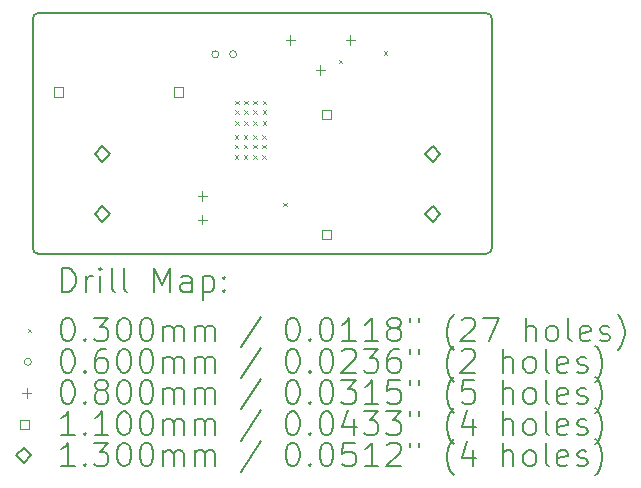
<source format=gbr>
%TF.GenerationSoftware,KiCad,Pcbnew,8.0.2*%
%TF.CreationDate,2025-12-30T14:28:23-05:00*%
%TF.ProjectId,voltage regulator,766f6c74-6167-4652-9072-6567756c6174,rev?*%
%TF.SameCoordinates,Original*%
%TF.FileFunction,Drillmap*%
%TF.FilePolarity,Positive*%
%FSLAX45Y45*%
G04 Gerber Fmt 4.5, Leading zero omitted, Abs format (unit mm)*
G04 Created by KiCad (PCBNEW 8.0.2) date 2025-12-30 14:28:23*
%MOMM*%
%LPD*%
G01*
G04 APERTURE LIST*
%ADD10C,0.200000*%
%ADD11C,0.100000*%
%ADD12C,0.110000*%
%ADD13C,0.130000*%
G04 APERTURE END LIST*
D10*
X14502500Y-10490000D02*
X10712500Y-10490000D01*
X10662500Y-10440000D02*
X10662500Y-8500000D01*
X14552500Y-8500000D02*
X14552500Y-10440000D01*
X10712500Y-8450000D02*
X14502500Y-8450000D01*
X10712500Y-10490000D02*
G75*
G02*
X10662500Y-10440000I0J50000D01*
G01*
X14552500Y-10440000D02*
G75*
G02*
X14502500Y-10490000I-50000J0D01*
G01*
X10662500Y-8500000D02*
G75*
G02*
X10712500Y-8450000I50000J0D01*
G01*
X14502500Y-8450000D02*
G75*
G02*
X14552500Y-8500000I0J-50000D01*
G01*
D11*
X12375000Y-9485000D02*
X12405000Y-9515000D01*
X12405000Y-9485000D02*
X12375000Y-9515000D01*
X12375000Y-9565000D02*
X12405000Y-9595000D01*
X12405000Y-9565000D02*
X12375000Y-9595000D01*
X12375000Y-9655000D02*
X12405000Y-9685000D01*
X12405000Y-9655000D02*
X12375000Y-9685000D01*
X12377857Y-9195000D02*
X12407857Y-9225000D01*
X12407857Y-9195000D02*
X12377857Y-9225000D01*
X12377857Y-9275000D02*
X12407857Y-9305000D01*
X12407857Y-9275000D02*
X12377857Y-9305000D01*
X12377857Y-9365000D02*
X12407857Y-9395000D01*
X12407857Y-9365000D02*
X12377857Y-9395000D01*
X12452143Y-9485000D02*
X12482143Y-9515000D01*
X12482143Y-9485000D02*
X12452143Y-9515000D01*
X12452143Y-9565000D02*
X12482143Y-9595000D01*
X12482143Y-9565000D02*
X12452143Y-9595000D01*
X12452143Y-9655000D02*
X12482143Y-9685000D01*
X12482143Y-9655000D02*
X12452143Y-9685000D01*
X12455000Y-9195000D02*
X12485000Y-9225000D01*
X12485000Y-9195000D02*
X12455000Y-9225000D01*
X12455000Y-9275000D02*
X12485000Y-9305000D01*
X12485000Y-9275000D02*
X12455000Y-9305000D01*
X12455000Y-9365000D02*
X12485000Y-9395000D01*
X12485000Y-9365000D02*
X12455000Y-9395000D01*
X12529286Y-9485000D02*
X12559286Y-9515000D01*
X12559286Y-9485000D02*
X12529286Y-9515000D01*
X12529286Y-9565000D02*
X12559286Y-9595000D01*
X12559286Y-9565000D02*
X12529286Y-9595000D01*
X12529286Y-9655000D02*
X12559286Y-9685000D01*
X12559286Y-9655000D02*
X12529286Y-9685000D01*
X12532143Y-9195000D02*
X12562143Y-9225000D01*
X12562143Y-9195000D02*
X12532143Y-9225000D01*
X12532143Y-9275000D02*
X12562143Y-9305000D01*
X12562143Y-9275000D02*
X12532143Y-9305000D01*
X12532143Y-9365000D02*
X12562143Y-9395000D01*
X12562143Y-9365000D02*
X12532143Y-9395000D01*
X12606428Y-9485000D02*
X12636428Y-9515000D01*
X12636428Y-9485000D02*
X12606428Y-9515000D01*
X12606428Y-9565000D02*
X12636428Y-9595000D01*
X12636428Y-9565000D02*
X12606428Y-9595000D01*
X12606428Y-9655000D02*
X12636428Y-9685000D01*
X12636428Y-9655000D02*
X12606428Y-9685000D01*
X12609286Y-9195000D02*
X12639286Y-9225000D01*
X12639286Y-9195000D02*
X12609286Y-9225000D01*
X12609286Y-9275000D02*
X12639286Y-9305000D01*
X12639286Y-9275000D02*
X12609286Y-9305000D01*
X12609286Y-9365000D02*
X12639286Y-9395000D01*
X12639286Y-9365000D02*
X12609286Y-9395000D01*
X12785000Y-10055000D02*
X12815000Y-10085000D01*
X12815000Y-10055000D02*
X12785000Y-10085000D01*
X13255000Y-8845000D02*
X13285000Y-8875000D01*
X13285000Y-8845000D02*
X13255000Y-8875000D01*
X13635000Y-8775000D02*
X13665000Y-8805000D01*
X13665000Y-8775000D02*
X13635000Y-8805000D01*
X12240000Y-8800000D02*
G75*
G02*
X12180000Y-8800000I-30000J0D01*
G01*
X12180000Y-8800000D02*
G75*
G02*
X12240000Y-8800000I30000J0D01*
G01*
X12390000Y-8800000D02*
G75*
G02*
X12330000Y-8800000I-30000J0D01*
G01*
X12330000Y-8800000D02*
G75*
G02*
X12390000Y-8800000I30000J0D01*
G01*
X12100000Y-9960000D02*
X12100000Y-10040000D01*
X12060000Y-10000000D02*
X12140000Y-10000000D01*
X12100000Y-10160000D02*
X12100000Y-10240000D01*
X12060000Y-10200000D02*
X12140000Y-10200000D01*
X12844500Y-8637500D02*
X12844500Y-8717500D01*
X12804500Y-8677500D02*
X12884500Y-8677500D01*
X13098500Y-8891500D02*
X13098500Y-8971500D01*
X13058500Y-8931500D02*
X13138500Y-8931500D01*
X13352500Y-8637500D02*
X13352500Y-8717500D01*
X13312500Y-8677500D02*
X13392500Y-8677500D01*
D12*
X10918891Y-9158891D02*
X10918891Y-9081109D01*
X10841109Y-9081109D01*
X10841109Y-9158891D01*
X10918891Y-9158891D01*
X11934891Y-9158891D02*
X11934891Y-9081109D01*
X11857109Y-9081109D01*
X11857109Y-9158891D01*
X11934891Y-9158891D01*
X13188891Y-9345391D02*
X13188891Y-9267609D01*
X13111109Y-9267609D01*
X13111109Y-9345391D01*
X13188891Y-9345391D01*
X13188891Y-10361391D02*
X13188891Y-10283609D01*
X13111109Y-10283609D01*
X13111109Y-10361391D01*
X13188891Y-10361391D01*
D13*
X11252500Y-9709500D02*
X11317500Y-9644500D01*
X11252500Y-9579500D01*
X11187500Y-9644500D01*
X11252500Y-9709500D01*
X11252500Y-10217500D02*
X11317500Y-10152500D01*
X11252500Y-10087500D01*
X11187500Y-10152500D01*
X11252500Y-10217500D01*
X14050000Y-9710500D02*
X14115000Y-9645500D01*
X14050000Y-9580500D01*
X13985000Y-9645500D01*
X14050000Y-9710500D01*
X14050000Y-10218500D02*
X14115000Y-10153500D01*
X14050000Y-10088500D01*
X13985000Y-10153500D01*
X14050000Y-10218500D01*
D10*
X10913277Y-10811484D02*
X10913277Y-10611484D01*
X10913277Y-10611484D02*
X10960896Y-10611484D01*
X10960896Y-10611484D02*
X10989467Y-10621008D01*
X10989467Y-10621008D02*
X11008515Y-10640055D01*
X11008515Y-10640055D02*
X11018039Y-10659103D01*
X11018039Y-10659103D02*
X11027563Y-10697198D01*
X11027563Y-10697198D02*
X11027563Y-10725770D01*
X11027563Y-10725770D02*
X11018039Y-10763865D01*
X11018039Y-10763865D02*
X11008515Y-10782912D01*
X11008515Y-10782912D02*
X10989467Y-10801960D01*
X10989467Y-10801960D02*
X10960896Y-10811484D01*
X10960896Y-10811484D02*
X10913277Y-10811484D01*
X11113277Y-10811484D02*
X11113277Y-10678150D01*
X11113277Y-10716246D02*
X11122801Y-10697198D01*
X11122801Y-10697198D02*
X11132324Y-10687674D01*
X11132324Y-10687674D02*
X11151372Y-10678150D01*
X11151372Y-10678150D02*
X11170420Y-10678150D01*
X11237086Y-10811484D02*
X11237086Y-10678150D01*
X11237086Y-10611484D02*
X11227562Y-10621008D01*
X11227562Y-10621008D02*
X11237086Y-10630531D01*
X11237086Y-10630531D02*
X11246610Y-10621008D01*
X11246610Y-10621008D02*
X11237086Y-10611484D01*
X11237086Y-10611484D02*
X11237086Y-10630531D01*
X11360896Y-10811484D02*
X11341848Y-10801960D01*
X11341848Y-10801960D02*
X11332324Y-10782912D01*
X11332324Y-10782912D02*
X11332324Y-10611484D01*
X11465658Y-10811484D02*
X11446610Y-10801960D01*
X11446610Y-10801960D02*
X11437086Y-10782912D01*
X11437086Y-10782912D02*
X11437086Y-10611484D01*
X11694229Y-10811484D02*
X11694229Y-10611484D01*
X11694229Y-10611484D02*
X11760896Y-10754341D01*
X11760896Y-10754341D02*
X11827562Y-10611484D01*
X11827562Y-10611484D02*
X11827562Y-10811484D01*
X12008515Y-10811484D02*
X12008515Y-10706722D01*
X12008515Y-10706722D02*
X11998991Y-10687674D01*
X11998991Y-10687674D02*
X11979943Y-10678150D01*
X11979943Y-10678150D02*
X11941848Y-10678150D01*
X11941848Y-10678150D02*
X11922801Y-10687674D01*
X12008515Y-10801960D02*
X11989467Y-10811484D01*
X11989467Y-10811484D02*
X11941848Y-10811484D01*
X11941848Y-10811484D02*
X11922801Y-10801960D01*
X11922801Y-10801960D02*
X11913277Y-10782912D01*
X11913277Y-10782912D02*
X11913277Y-10763865D01*
X11913277Y-10763865D02*
X11922801Y-10744817D01*
X11922801Y-10744817D02*
X11941848Y-10735293D01*
X11941848Y-10735293D02*
X11989467Y-10735293D01*
X11989467Y-10735293D02*
X12008515Y-10725770D01*
X12103753Y-10678150D02*
X12103753Y-10878150D01*
X12103753Y-10687674D02*
X12122801Y-10678150D01*
X12122801Y-10678150D02*
X12160896Y-10678150D01*
X12160896Y-10678150D02*
X12179943Y-10687674D01*
X12179943Y-10687674D02*
X12189467Y-10697198D01*
X12189467Y-10697198D02*
X12198991Y-10716246D01*
X12198991Y-10716246D02*
X12198991Y-10773389D01*
X12198991Y-10773389D02*
X12189467Y-10792436D01*
X12189467Y-10792436D02*
X12179943Y-10801960D01*
X12179943Y-10801960D02*
X12160896Y-10811484D01*
X12160896Y-10811484D02*
X12122801Y-10811484D01*
X12122801Y-10811484D02*
X12103753Y-10801960D01*
X12284705Y-10792436D02*
X12294229Y-10801960D01*
X12294229Y-10801960D02*
X12284705Y-10811484D01*
X12284705Y-10811484D02*
X12275182Y-10801960D01*
X12275182Y-10801960D02*
X12284705Y-10792436D01*
X12284705Y-10792436D02*
X12284705Y-10811484D01*
X12284705Y-10687674D02*
X12294229Y-10697198D01*
X12294229Y-10697198D02*
X12284705Y-10706722D01*
X12284705Y-10706722D02*
X12275182Y-10697198D01*
X12275182Y-10697198D02*
X12284705Y-10687674D01*
X12284705Y-10687674D02*
X12284705Y-10706722D01*
D11*
X10622500Y-11125000D02*
X10652500Y-11155000D01*
X10652500Y-11125000D02*
X10622500Y-11155000D01*
D10*
X10951372Y-11031484D02*
X10970420Y-11031484D01*
X10970420Y-11031484D02*
X10989467Y-11041008D01*
X10989467Y-11041008D02*
X10998991Y-11050531D01*
X10998991Y-11050531D02*
X11008515Y-11069579D01*
X11008515Y-11069579D02*
X11018039Y-11107674D01*
X11018039Y-11107674D02*
X11018039Y-11155293D01*
X11018039Y-11155293D02*
X11008515Y-11193388D01*
X11008515Y-11193388D02*
X10998991Y-11212436D01*
X10998991Y-11212436D02*
X10989467Y-11221960D01*
X10989467Y-11221960D02*
X10970420Y-11231484D01*
X10970420Y-11231484D02*
X10951372Y-11231484D01*
X10951372Y-11231484D02*
X10932324Y-11221960D01*
X10932324Y-11221960D02*
X10922801Y-11212436D01*
X10922801Y-11212436D02*
X10913277Y-11193388D01*
X10913277Y-11193388D02*
X10903753Y-11155293D01*
X10903753Y-11155293D02*
X10903753Y-11107674D01*
X10903753Y-11107674D02*
X10913277Y-11069579D01*
X10913277Y-11069579D02*
X10922801Y-11050531D01*
X10922801Y-11050531D02*
X10932324Y-11041008D01*
X10932324Y-11041008D02*
X10951372Y-11031484D01*
X11103753Y-11212436D02*
X11113277Y-11221960D01*
X11113277Y-11221960D02*
X11103753Y-11231484D01*
X11103753Y-11231484D02*
X11094229Y-11221960D01*
X11094229Y-11221960D02*
X11103753Y-11212436D01*
X11103753Y-11212436D02*
X11103753Y-11231484D01*
X11179944Y-11031484D02*
X11303753Y-11031484D01*
X11303753Y-11031484D02*
X11237086Y-11107674D01*
X11237086Y-11107674D02*
X11265658Y-11107674D01*
X11265658Y-11107674D02*
X11284705Y-11117198D01*
X11284705Y-11117198D02*
X11294229Y-11126722D01*
X11294229Y-11126722D02*
X11303753Y-11145770D01*
X11303753Y-11145770D02*
X11303753Y-11193388D01*
X11303753Y-11193388D02*
X11294229Y-11212436D01*
X11294229Y-11212436D02*
X11284705Y-11221960D01*
X11284705Y-11221960D02*
X11265658Y-11231484D01*
X11265658Y-11231484D02*
X11208515Y-11231484D01*
X11208515Y-11231484D02*
X11189467Y-11221960D01*
X11189467Y-11221960D02*
X11179944Y-11212436D01*
X11427562Y-11031484D02*
X11446610Y-11031484D01*
X11446610Y-11031484D02*
X11465658Y-11041008D01*
X11465658Y-11041008D02*
X11475182Y-11050531D01*
X11475182Y-11050531D02*
X11484705Y-11069579D01*
X11484705Y-11069579D02*
X11494229Y-11107674D01*
X11494229Y-11107674D02*
X11494229Y-11155293D01*
X11494229Y-11155293D02*
X11484705Y-11193388D01*
X11484705Y-11193388D02*
X11475182Y-11212436D01*
X11475182Y-11212436D02*
X11465658Y-11221960D01*
X11465658Y-11221960D02*
X11446610Y-11231484D01*
X11446610Y-11231484D02*
X11427562Y-11231484D01*
X11427562Y-11231484D02*
X11408515Y-11221960D01*
X11408515Y-11221960D02*
X11398991Y-11212436D01*
X11398991Y-11212436D02*
X11389467Y-11193388D01*
X11389467Y-11193388D02*
X11379943Y-11155293D01*
X11379943Y-11155293D02*
X11379943Y-11107674D01*
X11379943Y-11107674D02*
X11389467Y-11069579D01*
X11389467Y-11069579D02*
X11398991Y-11050531D01*
X11398991Y-11050531D02*
X11408515Y-11041008D01*
X11408515Y-11041008D02*
X11427562Y-11031484D01*
X11618039Y-11031484D02*
X11637086Y-11031484D01*
X11637086Y-11031484D02*
X11656134Y-11041008D01*
X11656134Y-11041008D02*
X11665658Y-11050531D01*
X11665658Y-11050531D02*
X11675182Y-11069579D01*
X11675182Y-11069579D02*
X11684705Y-11107674D01*
X11684705Y-11107674D02*
X11684705Y-11155293D01*
X11684705Y-11155293D02*
X11675182Y-11193388D01*
X11675182Y-11193388D02*
X11665658Y-11212436D01*
X11665658Y-11212436D02*
X11656134Y-11221960D01*
X11656134Y-11221960D02*
X11637086Y-11231484D01*
X11637086Y-11231484D02*
X11618039Y-11231484D01*
X11618039Y-11231484D02*
X11598991Y-11221960D01*
X11598991Y-11221960D02*
X11589467Y-11212436D01*
X11589467Y-11212436D02*
X11579943Y-11193388D01*
X11579943Y-11193388D02*
X11570420Y-11155293D01*
X11570420Y-11155293D02*
X11570420Y-11107674D01*
X11570420Y-11107674D02*
X11579943Y-11069579D01*
X11579943Y-11069579D02*
X11589467Y-11050531D01*
X11589467Y-11050531D02*
X11598991Y-11041008D01*
X11598991Y-11041008D02*
X11618039Y-11031484D01*
X11770420Y-11231484D02*
X11770420Y-11098150D01*
X11770420Y-11117198D02*
X11779943Y-11107674D01*
X11779943Y-11107674D02*
X11798991Y-11098150D01*
X11798991Y-11098150D02*
X11827563Y-11098150D01*
X11827563Y-11098150D02*
X11846610Y-11107674D01*
X11846610Y-11107674D02*
X11856134Y-11126722D01*
X11856134Y-11126722D02*
X11856134Y-11231484D01*
X11856134Y-11126722D02*
X11865658Y-11107674D01*
X11865658Y-11107674D02*
X11884705Y-11098150D01*
X11884705Y-11098150D02*
X11913277Y-11098150D01*
X11913277Y-11098150D02*
X11932324Y-11107674D01*
X11932324Y-11107674D02*
X11941848Y-11126722D01*
X11941848Y-11126722D02*
X11941848Y-11231484D01*
X12037086Y-11231484D02*
X12037086Y-11098150D01*
X12037086Y-11117198D02*
X12046610Y-11107674D01*
X12046610Y-11107674D02*
X12065658Y-11098150D01*
X12065658Y-11098150D02*
X12094229Y-11098150D01*
X12094229Y-11098150D02*
X12113277Y-11107674D01*
X12113277Y-11107674D02*
X12122801Y-11126722D01*
X12122801Y-11126722D02*
X12122801Y-11231484D01*
X12122801Y-11126722D02*
X12132324Y-11107674D01*
X12132324Y-11107674D02*
X12151372Y-11098150D01*
X12151372Y-11098150D02*
X12179943Y-11098150D01*
X12179943Y-11098150D02*
X12198991Y-11107674D01*
X12198991Y-11107674D02*
X12208515Y-11126722D01*
X12208515Y-11126722D02*
X12208515Y-11231484D01*
X12598991Y-11021960D02*
X12427563Y-11279103D01*
X12856134Y-11031484D02*
X12875182Y-11031484D01*
X12875182Y-11031484D02*
X12894229Y-11041008D01*
X12894229Y-11041008D02*
X12903753Y-11050531D01*
X12903753Y-11050531D02*
X12913277Y-11069579D01*
X12913277Y-11069579D02*
X12922801Y-11107674D01*
X12922801Y-11107674D02*
X12922801Y-11155293D01*
X12922801Y-11155293D02*
X12913277Y-11193388D01*
X12913277Y-11193388D02*
X12903753Y-11212436D01*
X12903753Y-11212436D02*
X12894229Y-11221960D01*
X12894229Y-11221960D02*
X12875182Y-11231484D01*
X12875182Y-11231484D02*
X12856134Y-11231484D01*
X12856134Y-11231484D02*
X12837086Y-11221960D01*
X12837086Y-11221960D02*
X12827563Y-11212436D01*
X12827563Y-11212436D02*
X12818039Y-11193388D01*
X12818039Y-11193388D02*
X12808515Y-11155293D01*
X12808515Y-11155293D02*
X12808515Y-11107674D01*
X12808515Y-11107674D02*
X12818039Y-11069579D01*
X12818039Y-11069579D02*
X12827563Y-11050531D01*
X12827563Y-11050531D02*
X12837086Y-11041008D01*
X12837086Y-11041008D02*
X12856134Y-11031484D01*
X13008515Y-11212436D02*
X13018039Y-11221960D01*
X13018039Y-11221960D02*
X13008515Y-11231484D01*
X13008515Y-11231484D02*
X12998991Y-11221960D01*
X12998991Y-11221960D02*
X13008515Y-11212436D01*
X13008515Y-11212436D02*
X13008515Y-11231484D01*
X13141848Y-11031484D02*
X13160896Y-11031484D01*
X13160896Y-11031484D02*
X13179944Y-11041008D01*
X13179944Y-11041008D02*
X13189467Y-11050531D01*
X13189467Y-11050531D02*
X13198991Y-11069579D01*
X13198991Y-11069579D02*
X13208515Y-11107674D01*
X13208515Y-11107674D02*
X13208515Y-11155293D01*
X13208515Y-11155293D02*
X13198991Y-11193388D01*
X13198991Y-11193388D02*
X13189467Y-11212436D01*
X13189467Y-11212436D02*
X13179944Y-11221960D01*
X13179944Y-11221960D02*
X13160896Y-11231484D01*
X13160896Y-11231484D02*
X13141848Y-11231484D01*
X13141848Y-11231484D02*
X13122801Y-11221960D01*
X13122801Y-11221960D02*
X13113277Y-11212436D01*
X13113277Y-11212436D02*
X13103753Y-11193388D01*
X13103753Y-11193388D02*
X13094229Y-11155293D01*
X13094229Y-11155293D02*
X13094229Y-11107674D01*
X13094229Y-11107674D02*
X13103753Y-11069579D01*
X13103753Y-11069579D02*
X13113277Y-11050531D01*
X13113277Y-11050531D02*
X13122801Y-11041008D01*
X13122801Y-11041008D02*
X13141848Y-11031484D01*
X13398991Y-11231484D02*
X13284706Y-11231484D01*
X13341848Y-11231484D02*
X13341848Y-11031484D01*
X13341848Y-11031484D02*
X13322801Y-11060055D01*
X13322801Y-11060055D02*
X13303753Y-11079103D01*
X13303753Y-11079103D02*
X13284706Y-11088627D01*
X13589467Y-11231484D02*
X13475182Y-11231484D01*
X13532325Y-11231484D02*
X13532325Y-11031484D01*
X13532325Y-11031484D02*
X13513277Y-11060055D01*
X13513277Y-11060055D02*
X13494229Y-11079103D01*
X13494229Y-11079103D02*
X13475182Y-11088627D01*
X13703753Y-11117198D02*
X13684706Y-11107674D01*
X13684706Y-11107674D02*
X13675182Y-11098150D01*
X13675182Y-11098150D02*
X13665658Y-11079103D01*
X13665658Y-11079103D02*
X13665658Y-11069579D01*
X13665658Y-11069579D02*
X13675182Y-11050531D01*
X13675182Y-11050531D02*
X13684706Y-11041008D01*
X13684706Y-11041008D02*
X13703753Y-11031484D01*
X13703753Y-11031484D02*
X13741848Y-11031484D01*
X13741848Y-11031484D02*
X13760896Y-11041008D01*
X13760896Y-11041008D02*
X13770420Y-11050531D01*
X13770420Y-11050531D02*
X13779944Y-11069579D01*
X13779944Y-11069579D02*
X13779944Y-11079103D01*
X13779944Y-11079103D02*
X13770420Y-11098150D01*
X13770420Y-11098150D02*
X13760896Y-11107674D01*
X13760896Y-11107674D02*
X13741848Y-11117198D01*
X13741848Y-11117198D02*
X13703753Y-11117198D01*
X13703753Y-11117198D02*
X13684706Y-11126722D01*
X13684706Y-11126722D02*
X13675182Y-11136246D01*
X13675182Y-11136246D02*
X13665658Y-11155293D01*
X13665658Y-11155293D02*
X13665658Y-11193388D01*
X13665658Y-11193388D02*
X13675182Y-11212436D01*
X13675182Y-11212436D02*
X13684706Y-11221960D01*
X13684706Y-11221960D02*
X13703753Y-11231484D01*
X13703753Y-11231484D02*
X13741848Y-11231484D01*
X13741848Y-11231484D02*
X13760896Y-11221960D01*
X13760896Y-11221960D02*
X13770420Y-11212436D01*
X13770420Y-11212436D02*
X13779944Y-11193388D01*
X13779944Y-11193388D02*
X13779944Y-11155293D01*
X13779944Y-11155293D02*
X13770420Y-11136246D01*
X13770420Y-11136246D02*
X13760896Y-11126722D01*
X13760896Y-11126722D02*
X13741848Y-11117198D01*
X13856134Y-11031484D02*
X13856134Y-11069579D01*
X13932325Y-11031484D02*
X13932325Y-11069579D01*
X14227563Y-11307674D02*
X14218039Y-11298150D01*
X14218039Y-11298150D02*
X14198991Y-11269579D01*
X14198991Y-11269579D02*
X14189468Y-11250531D01*
X14189468Y-11250531D02*
X14179944Y-11221960D01*
X14179944Y-11221960D02*
X14170420Y-11174341D01*
X14170420Y-11174341D02*
X14170420Y-11136246D01*
X14170420Y-11136246D02*
X14179944Y-11088627D01*
X14179944Y-11088627D02*
X14189468Y-11060055D01*
X14189468Y-11060055D02*
X14198991Y-11041008D01*
X14198991Y-11041008D02*
X14218039Y-11012436D01*
X14218039Y-11012436D02*
X14227563Y-11002912D01*
X14294229Y-11050531D02*
X14303753Y-11041008D01*
X14303753Y-11041008D02*
X14322801Y-11031484D01*
X14322801Y-11031484D02*
X14370420Y-11031484D01*
X14370420Y-11031484D02*
X14389468Y-11041008D01*
X14389468Y-11041008D02*
X14398991Y-11050531D01*
X14398991Y-11050531D02*
X14408515Y-11069579D01*
X14408515Y-11069579D02*
X14408515Y-11088627D01*
X14408515Y-11088627D02*
X14398991Y-11117198D01*
X14398991Y-11117198D02*
X14284706Y-11231484D01*
X14284706Y-11231484D02*
X14408515Y-11231484D01*
X14475182Y-11031484D02*
X14608515Y-11031484D01*
X14608515Y-11031484D02*
X14522801Y-11231484D01*
X14837087Y-11231484D02*
X14837087Y-11031484D01*
X14922801Y-11231484D02*
X14922801Y-11126722D01*
X14922801Y-11126722D02*
X14913277Y-11107674D01*
X14913277Y-11107674D02*
X14894230Y-11098150D01*
X14894230Y-11098150D02*
X14865658Y-11098150D01*
X14865658Y-11098150D02*
X14846610Y-11107674D01*
X14846610Y-11107674D02*
X14837087Y-11117198D01*
X15046610Y-11231484D02*
X15027563Y-11221960D01*
X15027563Y-11221960D02*
X15018039Y-11212436D01*
X15018039Y-11212436D02*
X15008515Y-11193388D01*
X15008515Y-11193388D02*
X15008515Y-11136246D01*
X15008515Y-11136246D02*
X15018039Y-11117198D01*
X15018039Y-11117198D02*
X15027563Y-11107674D01*
X15027563Y-11107674D02*
X15046610Y-11098150D01*
X15046610Y-11098150D02*
X15075182Y-11098150D01*
X15075182Y-11098150D02*
X15094230Y-11107674D01*
X15094230Y-11107674D02*
X15103753Y-11117198D01*
X15103753Y-11117198D02*
X15113277Y-11136246D01*
X15113277Y-11136246D02*
X15113277Y-11193388D01*
X15113277Y-11193388D02*
X15103753Y-11212436D01*
X15103753Y-11212436D02*
X15094230Y-11221960D01*
X15094230Y-11221960D02*
X15075182Y-11231484D01*
X15075182Y-11231484D02*
X15046610Y-11231484D01*
X15227563Y-11231484D02*
X15208515Y-11221960D01*
X15208515Y-11221960D02*
X15198991Y-11202912D01*
X15198991Y-11202912D02*
X15198991Y-11031484D01*
X15379944Y-11221960D02*
X15360896Y-11231484D01*
X15360896Y-11231484D02*
X15322801Y-11231484D01*
X15322801Y-11231484D02*
X15303753Y-11221960D01*
X15303753Y-11221960D02*
X15294230Y-11202912D01*
X15294230Y-11202912D02*
X15294230Y-11126722D01*
X15294230Y-11126722D02*
X15303753Y-11107674D01*
X15303753Y-11107674D02*
X15322801Y-11098150D01*
X15322801Y-11098150D02*
X15360896Y-11098150D01*
X15360896Y-11098150D02*
X15379944Y-11107674D01*
X15379944Y-11107674D02*
X15389468Y-11126722D01*
X15389468Y-11126722D02*
X15389468Y-11145770D01*
X15389468Y-11145770D02*
X15294230Y-11164817D01*
X15465658Y-11221960D02*
X15484706Y-11231484D01*
X15484706Y-11231484D02*
X15522801Y-11231484D01*
X15522801Y-11231484D02*
X15541849Y-11221960D01*
X15541849Y-11221960D02*
X15551372Y-11202912D01*
X15551372Y-11202912D02*
X15551372Y-11193388D01*
X15551372Y-11193388D02*
X15541849Y-11174341D01*
X15541849Y-11174341D02*
X15522801Y-11164817D01*
X15522801Y-11164817D02*
X15494230Y-11164817D01*
X15494230Y-11164817D02*
X15475182Y-11155293D01*
X15475182Y-11155293D02*
X15465658Y-11136246D01*
X15465658Y-11136246D02*
X15465658Y-11126722D01*
X15465658Y-11126722D02*
X15475182Y-11107674D01*
X15475182Y-11107674D02*
X15494230Y-11098150D01*
X15494230Y-11098150D02*
X15522801Y-11098150D01*
X15522801Y-11098150D02*
X15541849Y-11107674D01*
X15618039Y-11307674D02*
X15627563Y-11298150D01*
X15627563Y-11298150D02*
X15646611Y-11269579D01*
X15646611Y-11269579D02*
X15656134Y-11250531D01*
X15656134Y-11250531D02*
X15665658Y-11221960D01*
X15665658Y-11221960D02*
X15675182Y-11174341D01*
X15675182Y-11174341D02*
X15675182Y-11136246D01*
X15675182Y-11136246D02*
X15665658Y-11088627D01*
X15665658Y-11088627D02*
X15656134Y-11060055D01*
X15656134Y-11060055D02*
X15646611Y-11041008D01*
X15646611Y-11041008D02*
X15627563Y-11012436D01*
X15627563Y-11012436D02*
X15618039Y-11002912D01*
D11*
X10652500Y-11404000D02*
G75*
G02*
X10592500Y-11404000I-30000J0D01*
G01*
X10592500Y-11404000D02*
G75*
G02*
X10652500Y-11404000I30000J0D01*
G01*
D10*
X10951372Y-11295484D02*
X10970420Y-11295484D01*
X10970420Y-11295484D02*
X10989467Y-11305008D01*
X10989467Y-11305008D02*
X10998991Y-11314531D01*
X10998991Y-11314531D02*
X11008515Y-11333579D01*
X11008515Y-11333579D02*
X11018039Y-11371674D01*
X11018039Y-11371674D02*
X11018039Y-11419293D01*
X11018039Y-11419293D02*
X11008515Y-11457388D01*
X11008515Y-11457388D02*
X10998991Y-11476436D01*
X10998991Y-11476436D02*
X10989467Y-11485960D01*
X10989467Y-11485960D02*
X10970420Y-11495484D01*
X10970420Y-11495484D02*
X10951372Y-11495484D01*
X10951372Y-11495484D02*
X10932324Y-11485960D01*
X10932324Y-11485960D02*
X10922801Y-11476436D01*
X10922801Y-11476436D02*
X10913277Y-11457388D01*
X10913277Y-11457388D02*
X10903753Y-11419293D01*
X10903753Y-11419293D02*
X10903753Y-11371674D01*
X10903753Y-11371674D02*
X10913277Y-11333579D01*
X10913277Y-11333579D02*
X10922801Y-11314531D01*
X10922801Y-11314531D02*
X10932324Y-11305008D01*
X10932324Y-11305008D02*
X10951372Y-11295484D01*
X11103753Y-11476436D02*
X11113277Y-11485960D01*
X11113277Y-11485960D02*
X11103753Y-11495484D01*
X11103753Y-11495484D02*
X11094229Y-11485960D01*
X11094229Y-11485960D02*
X11103753Y-11476436D01*
X11103753Y-11476436D02*
X11103753Y-11495484D01*
X11284705Y-11295484D02*
X11246610Y-11295484D01*
X11246610Y-11295484D02*
X11227562Y-11305008D01*
X11227562Y-11305008D02*
X11218039Y-11314531D01*
X11218039Y-11314531D02*
X11198991Y-11343103D01*
X11198991Y-11343103D02*
X11189467Y-11381198D01*
X11189467Y-11381198D02*
X11189467Y-11457388D01*
X11189467Y-11457388D02*
X11198991Y-11476436D01*
X11198991Y-11476436D02*
X11208515Y-11485960D01*
X11208515Y-11485960D02*
X11227562Y-11495484D01*
X11227562Y-11495484D02*
X11265658Y-11495484D01*
X11265658Y-11495484D02*
X11284705Y-11485960D01*
X11284705Y-11485960D02*
X11294229Y-11476436D01*
X11294229Y-11476436D02*
X11303753Y-11457388D01*
X11303753Y-11457388D02*
X11303753Y-11409769D01*
X11303753Y-11409769D02*
X11294229Y-11390722D01*
X11294229Y-11390722D02*
X11284705Y-11381198D01*
X11284705Y-11381198D02*
X11265658Y-11371674D01*
X11265658Y-11371674D02*
X11227562Y-11371674D01*
X11227562Y-11371674D02*
X11208515Y-11381198D01*
X11208515Y-11381198D02*
X11198991Y-11390722D01*
X11198991Y-11390722D02*
X11189467Y-11409769D01*
X11427562Y-11295484D02*
X11446610Y-11295484D01*
X11446610Y-11295484D02*
X11465658Y-11305008D01*
X11465658Y-11305008D02*
X11475182Y-11314531D01*
X11475182Y-11314531D02*
X11484705Y-11333579D01*
X11484705Y-11333579D02*
X11494229Y-11371674D01*
X11494229Y-11371674D02*
X11494229Y-11419293D01*
X11494229Y-11419293D02*
X11484705Y-11457388D01*
X11484705Y-11457388D02*
X11475182Y-11476436D01*
X11475182Y-11476436D02*
X11465658Y-11485960D01*
X11465658Y-11485960D02*
X11446610Y-11495484D01*
X11446610Y-11495484D02*
X11427562Y-11495484D01*
X11427562Y-11495484D02*
X11408515Y-11485960D01*
X11408515Y-11485960D02*
X11398991Y-11476436D01*
X11398991Y-11476436D02*
X11389467Y-11457388D01*
X11389467Y-11457388D02*
X11379943Y-11419293D01*
X11379943Y-11419293D02*
X11379943Y-11371674D01*
X11379943Y-11371674D02*
X11389467Y-11333579D01*
X11389467Y-11333579D02*
X11398991Y-11314531D01*
X11398991Y-11314531D02*
X11408515Y-11305008D01*
X11408515Y-11305008D02*
X11427562Y-11295484D01*
X11618039Y-11295484D02*
X11637086Y-11295484D01*
X11637086Y-11295484D02*
X11656134Y-11305008D01*
X11656134Y-11305008D02*
X11665658Y-11314531D01*
X11665658Y-11314531D02*
X11675182Y-11333579D01*
X11675182Y-11333579D02*
X11684705Y-11371674D01*
X11684705Y-11371674D02*
X11684705Y-11419293D01*
X11684705Y-11419293D02*
X11675182Y-11457388D01*
X11675182Y-11457388D02*
X11665658Y-11476436D01*
X11665658Y-11476436D02*
X11656134Y-11485960D01*
X11656134Y-11485960D02*
X11637086Y-11495484D01*
X11637086Y-11495484D02*
X11618039Y-11495484D01*
X11618039Y-11495484D02*
X11598991Y-11485960D01*
X11598991Y-11485960D02*
X11589467Y-11476436D01*
X11589467Y-11476436D02*
X11579943Y-11457388D01*
X11579943Y-11457388D02*
X11570420Y-11419293D01*
X11570420Y-11419293D02*
X11570420Y-11371674D01*
X11570420Y-11371674D02*
X11579943Y-11333579D01*
X11579943Y-11333579D02*
X11589467Y-11314531D01*
X11589467Y-11314531D02*
X11598991Y-11305008D01*
X11598991Y-11305008D02*
X11618039Y-11295484D01*
X11770420Y-11495484D02*
X11770420Y-11362150D01*
X11770420Y-11381198D02*
X11779943Y-11371674D01*
X11779943Y-11371674D02*
X11798991Y-11362150D01*
X11798991Y-11362150D02*
X11827563Y-11362150D01*
X11827563Y-11362150D02*
X11846610Y-11371674D01*
X11846610Y-11371674D02*
X11856134Y-11390722D01*
X11856134Y-11390722D02*
X11856134Y-11495484D01*
X11856134Y-11390722D02*
X11865658Y-11371674D01*
X11865658Y-11371674D02*
X11884705Y-11362150D01*
X11884705Y-11362150D02*
X11913277Y-11362150D01*
X11913277Y-11362150D02*
X11932324Y-11371674D01*
X11932324Y-11371674D02*
X11941848Y-11390722D01*
X11941848Y-11390722D02*
X11941848Y-11495484D01*
X12037086Y-11495484D02*
X12037086Y-11362150D01*
X12037086Y-11381198D02*
X12046610Y-11371674D01*
X12046610Y-11371674D02*
X12065658Y-11362150D01*
X12065658Y-11362150D02*
X12094229Y-11362150D01*
X12094229Y-11362150D02*
X12113277Y-11371674D01*
X12113277Y-11371674D02*
X12122801Y-11390722D01*
X12122801Y-11390722D02*
X12122801Y-11495484D01*
X12122801Y-11390722D02*
X12132324Y-11371674D01*
X12132324Y-11371674D02*
X12151372Y-11362150D01*
X12151372Y-11362150D02*
X12179943Y-11362150D01*
X12179943Y-11362150D02*
X12198991Y-11371674D01*
X12198991Y-11371674D02*
X12208515Y-11390722D01*
X12208515Y-11390722D02*
X12208515Y-11495484D01*
X12598991Y-11285960D02*
X12427563Y-11543103D01*
X12856134Y-11295484D02*
X12875182Y-11295484D01*
X12875182Y-11295484D02*
X12894229Y-11305008D01*
X12894229Y-11305008D02*
X12903753Y-11314531D01*
X12903753Y-11314531D02*
X12913277Y-11333579D01*
X12913277Y-11333579D02*
X12922801Y-11371674D01*
X12922801Y-11371674D02*
X12922801Y-11419293D01*
X12922801Y-11419293D02*
X12913277Y-11457388D01*
X12913277Y-11457388D02*
X12903753Y-11476436D01*
X12903753Y-11476436D02*
X12894229Y-11485960D01*
X12894229Y-11485960D02*
X12875182Y-11495484D01*
X12875182Y-11495484D02*
X12856134Y-11495484D01*
X12856134Y-11495484D02*
X12837086Y-11485960D01*
X12837086Y-11485960D02*
X12827563Y-11476436D01*
X12827563Y-11476436D02*
X12818039Y-11457388D01*
X12818039Y-11457388D02*
X12808515Y-11419293D01*
X12808515Y-11419293D02*
X12808515Y-11371674D01*
X12808515Y-11371674D02*
X12818039Y-11333579D01*
X12818039Y-11333579D02*
X12827563Y-11314531D01*
X12827563Y-11314531D02*
X12837086Y-11305008D01*
X12837086Y-11305008D02*
X12856134Y-11295484D01*
X13008515Y-11476436D02*
X13018039Y-11485960D01*
X13018039Y-11485960D02*
X13008515Y-11495484D01*
X13008515Y-11495484D02*
X12998991Y-11485960D01*
X12998991Y-11485960D02*
X13008515Y-11476436D01*
X13008515Y-11476436D02*
X13008515Y-11495484D01*
X13141848Y-11295484D02*
X13160896Y-11295484D01*
X13160896Y-11295484D02*
X13179944Y-11305008D01*
X13179944Y-11305008D02*
X13189467Y-11314531D01*
X13189467Y-11314531D02*
X13198991Y-11333579D01*
X13198991Y-11333579D02*
X13208515Y-11371674D01*
X13208515Y-11371674D02*
X13208515Y-11419293D01*
X13208515Y-11419293D02*
X13198991Y-11457388D01*
X13198991Y-11457388D02*
X13189467Y-11476436D01*
X13189467Y-11476436D02*
X13179944Y-11485960D01*
X13179944Y-11485960D02*
X13160896Y-11495484D01*
X13160896Y-11495484D02*
X13141848Y-11495484D01*
X13141848Y-11495484D02*
X13122801Y-11485960D01*
X13122801Y-11485960D02*
X13113277Y-11476436D01*
X13113277Y-11476436D02*
X13103753Y-11457388D01*
X13103753Y-11457388D02*
X13094229Y-11419293D01*
X13094229Y-11419293D02*
X13094229Y-11371674D01*
X13094229Y-11371674D02*
X13103753Y-11333579D01*
X13103753Y-11333579D02*
X13113277Y-11314531D01*
X13113277Y-11314531D02*
X13122801Y-11305008D01*
X13122801Y-11305008D02*
X13141848Y-11295484D01*
X13284706Y-11314531D02*
X13294229Y-11305008D01*
X13294229Y-11305008D02*
X13313277Y-11295484D01*
X13313277Y-11295484D02*
X13360896Y-11295484D01*
X13360896Y-11295484D02*
X13379944Y-11305008D01*
X13379944Y-11305008D02*
X13389467Y-11314531D01*
X13389467Y-11314531D02*
X13398991Y-11333579D01*
X13398991Y-11333579D02*
X13398991Y-11352627D01*
X13398991Y-11352627D02*
X13389467Y-11381198D01*
X13389467Y-11381198D02*
X13275182Y-11495484D01*
X13275182Y-11495484D02*
X13398991Y-11495484D01*
X13465658Y-11295484D02*
X13589467Y-11295484D01*
X13589467Y-11295484D02*
X13522801Y-11371674D01*
X13522801Y-11371674D02*
X13551372Y-11371674D01*
X13551372Y-11371674D02*
X13570420Y-11381198D01*
X13570420Y-11381198D02*
X13579944Y-11390722D01*
X13579944Y-11390722D02*
X13589467Y-11409769D01*
X13589467Y-11409769D02*
X13589467Y-11457388D01*
X13589467Y-11457388D02*
X13579944Y-11476436D01*
X13579944Y-11476436D02*
X13570420Y-11485960D01*
X13570420Y-11485960D02*
X13551372Y-11495484D01*
X13551372Y-11495484D02*
X13494229Y-11495484D01*
X13494229Y-11495484D02*
X13475182Y-11485960D01*
X13475182Y-11485960D02*
X13465658Y-11476436D01*
X13760896Y-11295484D02*
X13722801Y-11295484D01*
X13722801Y-11295484D02*
X13703753Y-11305008D01*
X13703753Y-11305008D02*
X13694229Y-11314531D01*
X13694229Y-11314531D02*
X13675182Y-11343103D01*
X13675182Y-11343103D02*
X13665658Y-11381198D01*
X13665658Y-11381198D02*
X13665658Y-11457388D01*
X13665658Y-11457388D02*
X13675182Y-11476436D01*
X13675182Y-11476436D02*
X13684706Y-11485960D01*
X13684706Y-11485960D02*
X13703753Y-11495484D01*
X13703753Y-11495484D02*
X13741848Y-11495484D01*
X13741848Y-11495484D02*
X13760896Y-11485960D01*
X13760896Y-11485960D02*
X13770420Y-11476436D01*
X13770420Y-11476436D02*
X13779944Y-11457388D01*
X13779944Y-11457388D02*
X13779944Y-11409769D01*
X13779944Y-11409769D02*
X13770420Y-11390722D01*
X13770420Y-11390722D02*
X13760896Y-11381198D01*
X13760896Y-11381198D02*
X13741848Y-11371674D01*
X13741848Y-11371674D02*
X13703753Y-11371674D01*
X13703753Y-11371674D02*
X13684706Y-11381198D01*
X13684706Y-11381198D02*
X13675182Y-11390722D01*
X13675182Y-11390722D02*
X13665658Y-11409769D01*
X13856134Y-11295484D02*
X13856134Y-11333579D01*
X13932325Y-11295484D02*
X13932325Y-11333579D01*
X14227563Y-11571674D02*
X14218039Y-11562150D01*
X14218039Y-11562150D02*
X14198991Y-11533579D01*
X14198991Y-11533579D02*
X14189468Y-11514531D01*
X14189468Y-11514531D02*
X14179944Y-11485960D01*
X14179944Y-11485960D02*
X14170420Y-11438341D01*
X14170420Y-11438341D02*
X14170420Y-11400246D01*
X14170420Y-11400246D02*
X14179944Y-11352627D01*
X14179944Y-11352627D02*
X14189468Y-11324055D01*
X14189468Y-11324055D02*
X14198991Y-11305008D01*
X14198991Y-11305008D02*
X14218039Y-11276436D01*
X14218039Y-11276436D02*
X14227563Y-11266912D01*
X14294229Y-11314531D02*
X14303753Y-11305008D01*
X14303753Y-11305008D02*
X14322801Y-11295484D01*
X14322801Y-11295484D02*
X14370420Y-11295484D01*
X14370420Y-11295484D02*
X14389468Y-11305008D01*
X14389468Y-11305008D02*
X14398991Y-11314531D01*
X14398991Y-11314531D02*
X14408515Y-11333579D01*
X14408515Y-11333579D02*
X14408515Y-11352627D01*
X14408515Y-11352627D02*
X14398991Y-11381198D01*
X14398991Y-11381198D02*
X14284706Y-11495484D01*
X14284706Y-11495484D02*
X14408515Y-11495484D01*
X14646610Y-11495484D02*
X14646610Y-11295484D01*
X14732325Y-11495484D02*
X14732325Y-11390722D01*
X14732325Y-11390722D02*
X14722801Y-11371674D01*
X14722801Y-11371674D02*
X14703753Y-11362150D01*
X14703753Y-11362150D02*
X14675182Y-11362150D01*
X14675182Y-11362150D02*
X14656134Y-11371674D01*
X14656134Y-11371674D02*
X14646610Y-11381198D01*
X14856134Y-11495484D02*
X14837087Y-11485960D01*
X14837087Y-11485960D02*
X14827563Y-11476436D01*
X14827563Y-11476436D02*
X14818039Y-11457388D01*
X14818039Y-11457388D02*
X14818039Y-11400246D01*
X14818039Y-11400246D02*
X14827563Y-11381198D01*
X14827563Y-11381198D02*
X14837087Y-11371674D01*
X14837087Y-11371674D02*
X14856134Y-11362150D01*
X14856134Y-11362150D02*
X14884706Y-11362150D01*
X14884706Y-11362150D02*
X14903753Y-11371674D01*
X14903753Y-11371674D02*
X14913277Y-11381198D01*
X14913277Y-11381198D02*
X14922801Y-11400246D01*
X14922801Y-11400246D02*
X14922801Y-11457388D01*
X14922801Y-11457388D02*
X14913277Y-11476436D01*
X14913277Y-11476436D02*
X14903753Y-11485960D01*
X14903753Y-11485960D02*
X14884706Y-11495484D01*
X14884706Y-11495484D02*
X14856134Y-11495484D01*
X15037087Y-11495484D02*
X15018039Y-11485960D01*
X15018039Y-11485960D02*
X15008515Y-11466912D01*
X15008515Y-11466912D02*
X15008515Y-11295484D01*
X15189468Y-11485960D02*
X15170420Y-11495484D01*
X15170420Y-11495484D02*
X15132325Y-11495484D01*
X15132325Y-11495484D02*
X15113277Y-11485960D01*
X15113277Y-11485960D02*
X15103753Y-11466912D01*
X15103753Y-11466912D02*
X15103753Y-11390722D01*
X15103753Y-11390722D02*
X15113277Y-11371674D01*
X15113277Y-11371674D02*
X15132325Y-11362150D01*
X15132325Y-11362150D02*
X15170420Y-11362150D01*
X15170420Y-11362150D02*
X15189468Y-11371674D01*
X15189468Y-11371674D02*
X15198991Y-11390722D01*
X15198991Y-11390722D02*
X15198991Y-11409769D01*
X15198991Y-11409769D02*
X15103753Y-11428817D01*
X15275182Y-11485960D02*
X15294230Y-11495484D01*
X15294230Y-11495484D02*
X15332325Y-11495484D01*
X15332325Y-11495484D02*
X15351372Y-11485960D01*
X15351372Y-11485960D02*
X15360896Y-11466912D01*
X15360896Y-11466912D02*
X15360896Y-11457388D01*
X15360896Y-11457388D02*
X15351372Y-11438341D01*
X15351372Y-11438341D02*
X15332325Y-11428817D01*
X15332325Y-11428817D02*
X15303753Y-11428817D01*
X15303753Y-11428817D02*
X15284706Y-11419293D01*
X15284706Y-11419293D02*
X15275182Y-11400246D01*
X15275182Y-11400246D02*
X15275182Y-11390722D01*
X15275182Y-11390722D02*
X15284706Y-11371674D01*
X15284706Y-11371674D02*
X15303753Y-11362150D01*
X15303753Y-11362150D02*
X15332325Y-11362150D01*
X15332325Y-11362150D02*
X15351372Y-11371674D01*
X15427563Y-11571674D02*
X15437087Y-11562150D01*
X15437087Y-11562150D02*
X15456134Y-11533579D01*
X15456134Y-11533579D02*
X15465658Y-11514531D01*
X15465658Y-11514531D02*
X15475182Y-11485960D01*
X15475182Y-11485960D02*
X15484706Y-11438341D01*
X15484706Y-11438341D02*
X15484706Y-11400246D01*
X15484706Y-11400246D02*
X15475182Y-11352627D01*
X15475182Y-11352627D02*
X15465658Y-11324055D01*
X15465658Y-11324055D02*
X15456134Y-11305008D01*
X15456134Y-11305008D02*
X15437087Y-11276436D01*
X15437087Y-11276436D02*
X15427563Y-11266912D01*
D11*
X10612500Y-11628000D02*
X10612500Y-11708000D01*
X10572500Y-11668000D02*
X10652500Y-11668000D01*
D10*
X10951372Y-11559484D02*
X10970420Y-11559484D01*
X10970420Y-11559484D02*
X10989467Y-11569008D01*
X10989467Y-11569008D02*
X10998991Y-11578531D01*
X10998991Y-11578531D02*
X11008515Y-11597579D01*
X11008515Y-11597579D02*
X11018039Y-11635674D01*
X11018039Y-11635674D02*
X11018039Y-11683293D01*
X11018039Y-11683293D02*
X11008515Y-11721388D01*
X11008515Y-11721388D02*
X10998991Y-11740436D01*
X10998991Y-11740436D02*
X10989467Y-11749960D01*
X10989467Y-11749960D02*
X10970420Y-11759484D01*
X10970420Y-11759484D02*
X10951372Y-11759484D01*
X10951372Y-11759484D02*
X10932324Y-11749960D01*
X10932324Y-11749960D02*
X10922801Y-11740436D01*
X10922801Y-11740436D02*
X10913277Y-11721388D01*
X10913277Y-11721388D02*
X10903753Y-11683293D01*
X10903753Y-11683293D02*
X10903753Y-11635674D01*
X10903753Y-11635674D02*
X10913277Y-11597579D01*
X10913277Y-11597579D02*
X10922801Y-11578531D01*
X10922801Y-11578531D02*
X10932324Y-11569008D01*
X10932324Y-11569008D02*
X10951372Y-11559484D01*
X11103753Y-11740436D02*
X11113277Y-11749960D01*
X11113277Y-11749960D02*
X11103753Y-11759484D01*
X11103753Y-11759484D02*
X11094229Y-11749960D01*
X11094229Y-11749960D02*
X11103753Y-11740436D01*
X11103753Y-11740436D02*
X11103753Y-11759484D01*
X11227562Y-11645198D02*
X11208515Y-11635674D01*
X11208515Y-11635674D02*
X11198991Y-11626150D01*
X11198991Y-11626150D02*
X11189467Y-11607103D01*
X11189467Y-11607103D02*
X11189467Y-11597579D01*
X11189467Y-11597579D02*
X11198991Y-11578531D01*
X11198991Y-11578531D02*
X11208515Y-11569008D01*
X11208515Y-11569008D02*
X11227562Y-11559484D01*
X11227562Y-11559484D02*
X11265658Y-11559484D01*
X11265658Y-11559484D02*
X11284705Y-11569008D01*
X11284705Y-11569008D02*
X11294229Y-11578531D01*
X11294229Y-11578531D02*
X11303753Y-11597579D01*
X11303753Y-11597579D02*
X11303753Y-11607103D01*
X11303753Y-11607103D02*
X11294229Y-11626150D01*
X11294229Y-11626150D02*
X11284705Y-11635674D01*
X11284705Y-11635674D02*
X11265658Y-11645198D01*
X11265658Y-11645198D02*
X11227562Y-11645198D01*
X11227562Y-11645198D02*
X11208515Y-11654722D01*
X11208515Y-11654722D02*
X11198991Y-11664246D01*
X11198991Y-11664246D02*
X11189467Y-11683293D01*
X11189467Y-11683293D02*
X11189467Y-11721388D01*
X11189467Y-11721388D02*
X11198991Y-11740436D01*
X11198991Y-11740436D02*
X11208515Y-11749960D01*
X11208515Y-11749960D02*
X11227562Y-11759484D01*
X11227562Y-11759484D02*
X11265658Y-11759484D01*
X11265658Y-11759484D02*
X11284705Y-11749960D01*
X11284705Y-11749960D02*
X11294229Y-11740436D01*
X11294229Y-11740436D02*
X11303753Y-11721388D01*
X11303753Y-11721388D02*
X11303753Y-11683293D01*
X11303753Y-11683293D02*
X11294229Y-11664246D01*
X11294229Y-11664246D02*
X11284705Y-11654722D01*
X11284705Y-11654722D02*
X11265658Y-11645198D01*
X11427562Y-11559484D02*
X11446610Y-11559484D01*
X11446610Y-11559484D02*
X11465658Y-11569008D01*
X11465658Y-11569008D02*
X11475182Y-11578531D01*
X11475182Y-11578531D02*
X11484705Y-11597579D01*
X11484705Y-11597579D02*
X11494229Y-11635674D01*
X11494229Y-11635674D02*
X11494229Y-11683293D01*
X11494229Y-11683293D02*
X11484705Y-11721388D01*
X11484705Y-11721388D02*
X11475182Y-11740436D01*
X11475182Y-11740436D02*
X11465658Y-11749960D01*
X11465658Y-11749960D02*
X11446610Y-11759484D01*
X11446610Y-11759484D02*
X11427562Y-11759484D01*
X11427562Y-11759484D02*
X11408515Y-11749960D01*
X11408515Y-11749960D02*
X11398991Y-11740436D01*
X11398991Y-11740436D02*
X11389467Y-11721388D01*
X11389467Y-11721388D02*
X11379943Y-11683293D01*
X11379943Y-11683293D02*
X11379943Y-11635674D01*
X11379943Y-11635674D02*
X11389467Y-11597579D01*
X11389467Y-11597579D02*
X11398991Y-11578531D01*
X11398991Y-11578531D02*
X11408515Y-11569008D01*
X11408515Y-11569008D02*
X11427562Y-11559484D01*
X11618039Y-11559484D02*
X11637086Y-11559484D01*
X11637086Y-11559484D02*
X11656134Y-11569008D01*
X11656134Y-11569008D02*
X11665658Y-11578531D01*
X11665658Y-11578531D02*
X11675182Y-11597579D01*
X11675182Y-11597579D02*
X11684705Y-11635674D01*
X11684705Y-11635674D02*
X11684705Y-11683293D01*
X11684705Y-11683293D02*
X11675182Y-11721388D01*
X11675182Y-11721388D02*
X11665658Y-11740436D01*
X11665658Y-11740436D02*
X11656134Y-11749960D01*
X11656134Y-11749960D02*
X11637086Y-11759484D01*
X11637086Y-11759484D02*
X11618039Y-11759484D01*
X11618039Y-11759484D02*
X11598991Y-11749960D01*
X11598991Y-11749960D02*
X11589467Y-11740436D01*
X11589467Y-11740436D02*
X11579943Y-11721388D01*
X11579943Y-11721388D02*
X11570420Y-11683293D01*
X11570420Y-11683293D02*
X11570420Y-11635674D01*
X11570420Y-11635674D02*
X11579943Y-11597579D01*
X11579943Y-11597579D02*
X11589467Y-11578531D01*
X11589467Y-11578531D02*
X11598991Y-11569008D01*
X11598991Y-11569008D02*
X11618039Y-11559484D01*
X11770420Y-11759484D02*
X11770420Y-11626150D01*
X11770420Y-11645198D02*
X11779943Y-11635674D01*
X11779943Y-11635674D02*
X11798991Y-11626150D01*
X11798991Y-11626150D02*
X11827563Y-11626150D01*
X11827563Y-11626150D02*
X11846610Y-11635674D01*
X11846610Y-11635674D02*
X11856134Y-11654722D01*
X11856134Y-11654722D02*
X11856134Y-11759484D01*
X11856134Y-11654722D02*
X11865658Y-11635674D01*
X11865658Y-11635674D02*
X11884705Y-11626150D01*
X11884705Y-11626150D02*
X11913277Y-11626150D01*
X11913277Y-11626150D02*
X11932324Y-11635674D01*
X11932324Y-11635674D02*
X11941848Y-11654722D01*
X11941848Y-11654722D02*
X11941848Y-11759484D01*
X12037086Y-11759484D02*
X12037086Y-11626150D01*
X12037086Y-11645198D02*
X12046610Y-11635674D01*
X12046610Y-11635674D02*
X12065658Y-11626150D01*
X12065658Y-11626150D02*
X12094229Y-11626150D01*
X12094229Y-11626150D02*
X12113277Y-11635674D01*
X12113277Y-11635674D02*
X12122801Y-11654722D01*
X12122801Y-11654722D02*
X12122801Y-11759484D01*
X12122801Y-11654722D02*
X12132324Y-11635674D01*
X12132324Y-11635674D02*
X12151372Y-11626150D01*
X12151372Y-11626150D02*
X12179943Y-11626150D01*
X12179943Y-11626150D02*
X12198991Y-11635674D01*
X12198991Y-11635674D02*
X12208515Y-11654722D01*
X12208515Y-11654722D02*
X12208515Y-11759484D01*
X12598991Y-11549960D02*
X12427563Y-11807103D01*
X12856134Y-11559484D02*
X12875182Y-11559484D01*
X12875182Y-11559484D02*
X12894229Y-11569008D01*
X12894229Y-11569008D02*
X12903753Y-11578531D01*
X12903753Y-11578531D02*
X12913277Y-11597579D01*
X12913277Y-11597579D02*
X12922801Y-11635674D01*
X12922801Y-11635674D02*
X12922801Y-11683293D01*
X12922801Y-11683293D02*
X12913277Y-11721388D01*
X12913277Y-11721388D02*
X12903753Y-11740436D01*
X12903753Y-11740436D02*
X12894229Y-11749960D01*
X12894229Y-11749960D02*
X12875182Y-11759484D01*
X12875182Y-11759484D02*
X12856134Y-11759484D01*
X12856134Y-11759484D02*
X12837086Y-11749960D01*
X12837086Y-11749960D02*
X12827563Y-11740436D01*
X12827563Y-11740436D02*
X12818039Y-11721388D01*
X12818039Y-11721388D02*
X12808515Y-11683293D01*
X12808515Y-11683293D02*
X12808515Y-11635674D01*
X12808515Y-11635674D02*
X12818039Y-11597579D01*
X12818039Y-11597579D02*
X12827563Y-11578531D01*
X12827563Y-11578531D02*
X12837086Y-11569008D01*
X12837086Y-11569008D02*
X12856134Y-11559484D01*
X13008515Y-11740436D02*
X13018039Y-11749960D01*
X13018039Y-11749960D02*
X13008515Y-11759484D01*
X13008515Y-11759484D02*
X12998991Y-11749960D01*
X12998991Y-11749960D02*
X13008515Y-11740436D01*
X13008515Y-11740436D02*
X13008515Y-11759484D01*
X13141848Y-11559484D02*
X13160896Y-11559484D01*
X13160896Y-11559484D02*
X13179944Y-11569008D01*
X13179944Y-11569008D02*
X13189467Y-11578531D01*
X13189467Y-11578531D02*
X13198991Y-11597579D01*
X13198991Y-11597579D02*
X13208515Y-11635674D01*
X13208515Y-11635674D02*
X13208515Y-11683293D01*
X13208515Y-11683293D02*
X13198991Y-11721388D01*
X13198991Y-11721388D02*
X13189467Y-11740436D01*
X13189467Y-11740436D02*
X13179944Y-11749960D01*
X13179944Y-11749960D02*
X13160896Y-11759484D01*
X13160896Y-11759484D02*
X13141848Y-11759484D01*
X13141848Y-11759484D02*
X13122801Y-11749960D01*
X13122801Y-11749960D02*
X13113277Y-11740436D01*
X13113277Y-11740436D02*
X13103753Y-11721388D01*
X13103753Y-11721388D02*
X13094229Y-11683293D01*
X13094229Y-11683293D02*
X13094229Y-11635674D01*
X13094229Y-11635674D02*
X13103753Y-11597579D01*
X13103753Y-11597579D02*
X13113277Y-11578531D01*
X13113277Y-11578531D02*
X13122801Y-11569008D01*
X13122801Y-11569008D02*
X13141848Y-11559484D01*
X13275182Y-11559484D02*
X13398991Y-11559484D01*
X13398991Y-11559484D02*
X13332325Y-11635674D01*
X13332325Y-11635674D02*
X13360896Y-11635674D01*
X13360896Y-11635674D02*
X13379944Y-11645198D01*
X13379944Y-11645198D02*
X13389467Y-11654722D01*
X13389467Y-11654722D02*
X13398991Y-11673769D01*
X13398991Y-11673769D02*
X13398991Y-11721388D01*
X13398991Y-11721388D02*
X13389467Y-11740436D01*
X13389467Y-11740436D02*
X13379944Y-11749960D01*
X13379944Y-11749960D02*
X13360896Y-11759484D01*
X13360896Y-11759484D02*
X13303753Y-11759484D01*
X13303753Y-11759484D02*
X13284706Y-11749960D01*
X13284706Y-11749960D02*
X13275182Y-11740436D01*
X13589467Y-11759484D02*
X13475182Y-11759484D01*
X13532325Y-11759484D02*
X13532325Y-11559484D01*
X13532325Y-11559484D02*
X13513277Y-11588055D01*
X13513277Y-11588055D02*
X13494229Y-11607103D01*
X13494229Y-11607103D02*
X13475182Y-11616627D01*
X13770420Y-11559484D02*
X13675182Y-11559484D01*
X13675182Y-11559484D02*
X13665658Y-11654722D01*
X13665658Y-11654722D02*
X13675182Y-11645198D01*
X13675182Y-11645198D02*
X13694229Y-11635674D01*
X13694229Y-11635674D02*
X13741848Y-11635674D01*
X13741848Y-11635674D02*
X13760896Y-11645198D01*
X13760896Y-11645198D02*
X13770420Y-11654722D01*
X13770420Y-11654722D02*
X13779944Y-11673769D01*
X13779944Y-11673769D02*
X13779944Y-11721388D01*
X13779944Y-11721388D02*
X13770420Y-11740436D01*
X13770420Y-11740436D02*
X13760896Y-11749960D01*
X13760896Y-11749960D02*
X13741848Y-11759484D01*
X13741848Y-11759484D02*
X13694229Y-11759484D01*
X13694229Y-11759484D02*
X13675182Y-11749960D01*
X13675182Y-11749960D02*
X13665658Y-11740436D01*
X13856134Y-11559484D02*
X13856134Y-11597579D01*
X13932325Y-11559484D02*
X13932325Y-11597579D01*
X14227563Y-11835674D02*
X14218039Y-11826150D01*
X14218039Y-11826150D02*
X14198991Y-11797579D01*
X14198991Y-11797579D02*
X14189468Y-11778531D01*
X14189468Y-11778531D02*
X14179944Y-11749960D01*
X14179944Y-11749960D02*
X14170420Y-11702341D01*
X14170420Y-11702341D02*
X14170420Y-11664246D01*
X14170420Y-11664246D02*
X14179944Y-11616627D01*
X14179944Y-11616627D02*
X14189468Y-11588055D01*
X14189468Y-11588055D02*
X14198991Y-11569008D01*
X14198991Y-11569008D02*
X14218039Y-11540436D01*
X14218039Y-11540436D02*
X14227563Y-11530912D01*
X14398991Y-11559484D02*
X14303753Y-11559484D01*
X14303753Y-11559484D02*
X14294229Y-11654722D01*
X14294229Y-11654722D02*
X14303753Y-11645198D01*
X14303753Y-11645198D02*
X14322801Y-11635674D01*
X14322801Y-11635674D02*
X14370420Y-11635674D01*
X14370420Y-11635674D02*
X14389468Y-11645198D01*
X14389468Y-11645198D02*
X14398991Y-11654722D01*
X14398991Y-11654722D02*
X14408515Y-11673769D01*
X14408515Y-11673769D02*
X14408515Y-11721388D01*
X14408515Y-11721388D02*
X14398991Y-11740436D01*
X14398991Y-11740436D02*
X14389468Y-11749960D01*
X14389468Y-11749960D02*
X14370420Y-11759484D01*
X14370420Y-11759484D02*
X14322801Y-11759484D01*
X14322801Y-11759484D02*
X14303753Y-11749960D01*
X14303753Y-11749960D02*
X14294229Y-11740436D01*
X14646610Y-11759484D02*
X14646610Y-11559484D01*
X14732325Y-11759484D02*
X14732325Y-11654722D01*
X14732325Y-11654722D02*
X14722801Y-11635674D01*
X14722801Y-11635674D02*
X14703753Y-11626150D01*
X14703753Y-11626150D02*
X14675182Y-11626150D01*
X14675182Y-11626150D02*
X14656134Y-11635674D01*
X14656134Y-11635674D02*
X14646610Y-11645198D01*
X14856134Y-11759484D02*
X14837087Y-11749960D01*
X14837087Y-11749960D02*
X14827563Y-11740436D01*
X14827563Y-11740436D02*
X14818039Y-11721388D01*
X14818039Y-11721388D02*
X14818039Y-11664246D01*
X14818039Y-11664246D02*
X14827563Y-11645198D01*
X14827563Y-11645198D02*
X14837087Y-11635674D01*
X14837087Y-11635674D02*
X14856134Y-11626150D01*
X14856134Y-11626150D02*
X14884706Y-11626150D01*
X14884706Y-11626150D02*
X14903753Y-11635674D01*
X14903753Y-11635674D02*
X14913277Y-11645198D01*
X14913277Y-11645198D02*
X14922801Y-11664246D01*
X14922801Y-11664246D02*
X14922801Y-11721388D01*
X14922801Y-11721388D02*
X14913277Y-11740436D01*
X14913277Y-11740436D02*
X14903753Y-11749960D01*
X14903753Y-11749960D02*
X14884706Y-11759484D01*
X14884706Y-11759484D02*
X14856134Y-11759484D01*
X15037087Y-11759484D02*
X15018039Y-11749960D01*
X15018039Y-11749960D02*
X15008515Y-11730912D01*
X15008515Y-11730912D02*
X15008515Y-11559484D01*
X15189468Y-11749960D02*
X15170420Y-11759484D01*
X15170420Y-11759484D02*
X15132325Y-11759484D01*
X15132325Y-11759484D02*
X15113277Y-11749960D01*
X15113277Y-11749960D02*
X15103753Y-11730912D01*
X15103753Y-11730912D02*
X15103753Y-11654722D01*
X15103753Y-11654722D02*
X15113277Y-11635674D01*
X15113277Y-11635674D02*
X15132325Y-11626150D01*
X15132325Y-11626150D02*
X15170420Y-11626150D01*
X15170420Y-11626150D02*
X15189468Y-11635674D01*
X15189468Y-11635674D02*
X15198991Y-11654722D01*
X15198991Y-11654722D02*
X15198991Y-11673769D01*
X15198991Y-11673769D02*
X15103753Y-11692817D01*
X15275182Y-11749960D02*
X15294230Y-11759484D01*
X15294230Y-11759484D02*
X15332325Y-11759484D01*
X15332325Y-11759484D02*
X15351372Y-11749960D01*
X15351372Y-11749960D02*
X15360896Y-11730912D01*
X15360896Y-11730912D02*
X15360896Y-11721388D01*
X15360896Y-11721388D02*
X15351372Y-11702341D01*
X15351372Y-11702341D02*
X15332325Y-11692817D01*
X15332325Y-11692817D02*
X15303753Y-11692817D01*
X15303753Y-11692817D02*
X15284706Y-11683293D01*
X15284706Y-11683293D02*
X15275182Y-11664246D01*
X15275182Y-11664246D02*
X15275182Y-11654722D01*
X15275182Y-11654722D02*
X15284706Y-11635674D01*
X15284706Y-11635674D02*
X15303753Y-11626150D01*
X15303753Y-11626150D02*
X15332325Y-11626150D01*
X15332325Y-11626150D02*
X15351372Y-11635674D01*
X15427563Y-11835674D02*
X15437087Y-11826150D01*
X15437087Y-11826150D02*
X15456134Y-11797579D01*
X15456134Y-11797579D02*
X15465658Y-11778531D01*
X15465658Y-11778531D02*
X15475182Y-11749960D01*
X15475182Y-11749960D02*
X15484706Y-11702341D01*
X15484706Y-11702341D02*
X15484706Y-11664246D01*
X15484706Y-11664246D02*
X15475182Y-11616627D01*
X15475182Y-11616627D02*
X15465658Y-11588055D01*
X15465658Y-11588055D02*
X15456134Y-11569008D01*
X15456134Y-11569008D02*
X15437087Y-11540436D01*
X15437087Y-11540436D02*
X15427563Y-11530912D01*
D12*
X10636391Y-11970891D02*
X10636391Y-11893109D01*
X10558609Y-11893109D01*
X10558609Y-11970891D01*
X10636391Y-11970891D01*
D10*
X11018039Y-12023484D02*
X10903753Y-12023484D01*
X10960896Y-12023484D02*
X10960896Y-11823484D01*
X10960896Y-11823484D02*
X10941848Y-11852055D01*
X10941848Y-11852055D02*
X10922801Y-11871103D01*
X10922801Y-11871103D02*
X10903753Y-11880627D01*
X11103753Y-12004436D02*
X11113277Y-12013960D01*
X11113277Y-12013960D02*
X11103753Y-12023484D01*
X11103753Y-12023484D02*
X11094229Y-12013960D01*
X11094229Y-12013960D02*
X11103753Y-12004436D01*
X11103753Y-12004436D02*
X11103753Y-12023484D01*
X11303753Y-12023484D02*
X11189467Y-12023484D01*
X11246610Y-12023484D02*
X11246610Y-11823484D01*
X11246610Y-11823484D02*
X11227562Y-11852055D01*
X11227562Y-11852055D02*
X11208515Y-11871103D01*
X11208515Y-11871103D02*
X11189467Y-11880627D01*
X11427562Y-11823484D02*
X11446610Y-11823484D01*
X11446610Y-11823484D02*
X11465658Y-11833008D01*
X11465658Y-11833008D02*
X11475182Y-11842531D01*
X11475182Y-11842531D02*
X11484705Y-11861579D01*
X11484705Y-11861579D02*
X11494229Y-11899674D01*
X11494229Y-11899674D02*
X11494229Y-11947293D01*
X11494229Y-11947293D02*
X11484705Y-11985388D01*
X11484705Y-11985388D02*
X11475182Y-12004436D01*
X11475182Y-12004436D02*
X11465658Y-12013960D01*
X11465658Y-12013960D02*
X11446610Y-12023484D01*
X11446610Y-12023484D02*
X11427562Y-12023484D01*
X11427562Y-12023484D02*
X11408515Y-12013960D01*
X11408515Y-12013960D02*
X11398991Y-12004436D01*
X11398991Y-12004436D02*
X11389467Y-11985388D01*
X11389467Y-11985388D02*
X11379943Y-11947293D01*
X11379943Y-11947293D02*
X11379943Y-11899674D01*
X11379943Y-11899674D02*
X11389467Y-11861579D01*
X11389467Y-11861579D02*
X11398991Y-11842531D01*
X11398991Y-11842531D02*
X11408515Y-11833008D01*
X11408515Y-11833008D02*
X11427562Y-11823484D01*
X11618039Y-11823484D02*
X11637086Y-11823484D01*
X11637086Y-11823484D02*
X11656134Y-11833008D01*
X11656134Y-11833008D02*
X11665658Y-11842531D01*
X11665658Y-11842531D02*
X11675182Y-11861579D01*
X11675182Y-11861579D02*
X11684705Y-11899674D01*
X11684705Y-11899674D02*
X11684705Y-11947293D01*
X11684705Y-11947293D02*
X11675182Y-11985388D01*
X11675182Y-11985388D02*
X11665658Y-12004436D01*
X11665658Y-12004436D02*
X11656134Y-12013960D01*
X11656134Y-12013960D02*
X11637086Y-12023484D01*
X11637086Y-12023484D02*
X11618039Y-12023484D01*
X11618039Y-12023484D02*
X11598991Y-12013960D01*
X11598991Y-12013960D02*
X11589467Y-12004436D01*
X11589467Y-12004436D02*
X11579943Y-11985388D01*
X11579943Y-11985388D02*
X11570420Y-11947293D01*
X11570420Y-11947293D02*
X11570420Y-11899674D01*
X11570420Y-11899674D02*
X11579943Y-11861579D01*
X11579943Y-11861579D02*
X11589467Y-11842531D01*
X11589467Y-11842531D02*
X11598991Y-11833008D01*
X11598991Y-11833008D02*
X11618039Y-11823484D01*
X11770420Y-12023484D02*
X11770420Y-11890150D01*
X11770420Y-11909198D02*
X11779943Y-11899674D01*
X11779943Y-11899674D02*
X11798991Y-11890150D01*
X11798991Y-11890150D02*
X11827563Y-11890150D01*
X11827563Y-11890150D02*
X11846610Y-11899674D01*
X11846610Y-11899674D02*
X11856134Y-11918722D01*
X11856134Y-11918722D02*
X11856134Y-12023484D01*
X11856134Y-11918722D02*
X11865658Y-11899674D01*
X11865658Y-11899674D02*
X11884705Y-11890150D01*
X11884705Y-11890150D02*
X11913277Y-11890150D01*
X11913277Y-11890150D02*
X11932324Y-11899674D01*
X11932324Y-11899674D02*
X11941848Y-11918722D01*
X11941848Y-11918722D02*
X11941848Y-12023484D01*
X12037086Y-12023484D02*
X12037086Y-11890150D01*
X12037086Y-11909198D02*
X12046610Y-11899674D01*
X12046610Y-11899674D02*
X12065658Y-11890150D01*
X12065658Y-11890150D02*
X12094229Y-11890150D01*
X12094229Y-11890150D02*
X12113277Y-11899674D01*
X12113277Y-11899674D02*
X12122801Y-11918722D01*
X12122801Y-11918722D02*
X12122801Y-12023484D01*
X12122801Y-11918722D02*
X12132324Y-11899674D01*
X12132324Y-11899674D02*
X12151372Y-11890150D01*
X12151372Y-11890150D02*
X12179943Y-11890150D01*
X12179943Y-11890150D02*
X12198991Y-11899674D01*
X12198991Y-11899674D02*
X12208515Y-11918722D01*
X12208515Y-11918722D02*
X12208515Y-12023484D01*
X12598991Y-11813960D02*
X12427563Y-12071103D01*
X12856134Y-11823484D02*
X12875182Y-11823484D01*
X12875182Y-11823484D02*
X12894229Y-11833008D01*
X12894229Y-11833008D02*
X12903753Y-11842531D01*
X12903753Y-11842531D02*
X12913277Y-11861579D01*
X12913277Y-11861579D02*
X12922801Y-11899674D01*
X12922801Y-11899674D02*
X12922801Y-11947293D01*
X12922801Y-11947293D02*
X12913277Y-11985388D01*
X12913277Y-11985388D02*
X12903753Y-12004436D01*
X12903753Y-12004436D02*
X12894229Y-12013960D01*
X12894229Y-12013960D02*
X12875182Y-12023484D01*
X12875182Y-12023484D02*
X12856134Y-12023484D01*
X12856134Y-12023484D02*
X12837086Y-12013960D01*
X12837086Y-12013960D02*
X12827563Y-12004436D01*
X12827563Y-12004436D02*
X12818039Y-11985388D01*
X12818039Y-11985388D02*
X12808515Y-11947293D01*
X12808515Y-11947293D02*
X12808515Y-11899674D01*
X12808515Y-11899674D02*
X12818039Y-11861579D01*
X12818039Y-11861579D02*
X12827563Y-11842531D01*
X12827563Y-11842531D02*
X12837086Y-11833008D01*
X12837086Y-11833008D02*
X12856134Y-11823484D01*
X13008515Y-12004436D02*
X13018039Y-12013960D01*
X13018039Y-12013960D02*
X13008515Y-12023484D01*
X13008515Y-12023484D02*
X12998991Y-12013960D01*
X12998991Y-12013960D02*
X13008515Y-12004436D01*
X13008515Y-12004436D02*
X13008515Y-12023484D01*
X13141848Y-11823484D02*
X13160896Y-11823484D01*
X13160896Y-11823484D02*
X13179944Y-11833008D01*
X13179944Y-11833008D02*
X13189467Y-11842531D01*
X13189467Y-11842531D02*
X13198991Y-11861579D01*
X13198991Y-11861579D02*
X13208515Y-11899674D01*
X13208515Y-11899674D02*
X13208515Y-11947293D01*
X13208515Y-11947293D02*
X13198991Y-11985388D01*
X13198991Y-11985388D02*
X13189467Y-12004436D01*
X13189467Y-12004436D02*
X13179944Y-12013960D01*
X13179944Y-12013960D02*
X13160896Y-12023484D01*
X13160896Y-12023484D02*
X13141848Y-12023484D01*
X13141848Y-12023484D02*
X13122801Y-12013960D01*
X13122801Y-12013960D02*
X13113277Y-12004436D01*
X13113277Y-12004436D02*
X13103753Y-11985388D01*
X13103753Y-11985388D02*
X13094229Y-11947293D01*
X13094229Y-11947293D02*
X13094229Y-11899674D01*
X13094229Y-11899674D02*
X13103753Y-11861579D01*
X13103753Y-11861579D02*
X13113277Y-11842531D01*
X13113277Y-11842531D02*
X13122801Y-11833008D01*
X13122801Y-11833008D02*
X13141848Y-11823484D01*
X13379944Y-11890150D02*
X13379944Y-12023484D01*
X13332325Y-11813960D02*
X13284706Y-11956817D01*
X13284706Y-11956817D02*
X13408515Y-11956817D01*
X13465658Y-11823484D02*
X13589467Y-11823484D01*
X13589467Y-11823484D02*
X13522801Y-11899674D01*
X13522801Y-11899674D02*
X13551372Y-11899674D01*
X13551372Y-11899674D02*
X13570420Y-11909198D01*
X13570420Y-11909198D02*
X13579944Y-11918722D01*
X13579944Y-11918722D02*
X13589467Y-11937769D01*
X13589467Y-11937769D02*
X13589467Y-11985388D01*
X13589467Y-11985388D02*
X13579944Y-12004436D01*
X13579944Y-12004436D02*
X13570420Y-12013960D01*
X13570420Y-12013960D02*
X13551372Y-12023484D01*
X13551372Y-12023484D02*
X13494229Y-12023484D01*
X13494229Y-12023484D02*
X13475182Y-12013960D01*
X13475182Y-12013960D02*
X13465658Y-12004436D01*
X13656134Y-11823484D02*
X13779944Y-11823484D01*
X13779944Y-11823484D02*
X13713277Y-11899674D01*
X13713277Y-11899674D02*
X13741848Y-11899674D01*
X13741848Y-11899674D02*
X13760896Y-11909198D01*
X13760896Y-11909198D02*
X13770420Y-11918722D01*
X13770420Y-11918722D02*
X13779944Y-11937769D01*
X13779944Y-11937769D02*
X13779944Y-11985388D01*
X13779944Y-11985388D02*
X13770420Y-12004436D01*
X13770420Y-12004436D02*
X13760896Y-12013960D01*
X13760896Y-12013960D02*
X13741848Y-12023484D01*
X13741848Y-12023484D02*
X13684706Y-12023484D01*
X13684706Y-12023484D02*
X13665658Y-12013960D01*
X13665658Y-12013960D02*
X13656134Y-12004436D01*
X13856134Y-11823484D02*
X13856134Y-11861579D01*
X13932325Y-11823484D02*
X13932325Y-11861579D01*
X14227563Y-12099674D02*
X14218039Y-12090150D01*
X14218039Y-12090150D02*
X14198991Y-12061579D01*
X14198991Y-12061579D02*
X14189468Y-12042531D01*
X14189468Y-12042531D02*
X14179944Y-12013960D01*
X14179944Y-12013960D02*
X14170420Y-11966341D01*
X14170420Y-11966341D02*
X14170420Y-11928246D01*
X14170420Y-11928246D02*
X14179944Y-11880627D01*
X14179944Y-11880627D02*
X14189468Y-11852055D01*
X14189468Y-11852055D02*
X14198991Y-11833008D01*
X14198991Y-11833008D02*
X14218039Y-11804436D01*
X14218039Y-11804436D02*
X14227563Y-11794912D01*
X14389468Y-11890150D02*
X14389468Y-12023484D01*
X14341848Y-11813960D02*
X14294229Y-11956817D01*
X14294229Y-11956817D02*
X14418039Y-11956817D01*
X14646610Y-12023484D02*
X14646610Y-11823484D01*
X14732325Y-12023484D02*
X14732325Y-11918722D01*
X14732325Y-11918722D02*
X14722801Y-11899674D01*
X14722801Y-11899674D02*
X14703753Y-11890150D01*
X14703753Y-11890150D02*
X14675182Y-11890150D01*
X14675182Y-11890150D02*
X14656134Y-11899674D01*
X14656134Y-11899674D02*
X14646610Y-11909198D01*
X14856134Y-12023484D02*
X14837087Y-12013960D01*
X14837087Y-12013960D02*
X14827563Y-12004436D01*
X14827563Y-12004436D02*
X14818039Y-11985388D01*
X14818039Y-11985388D02*
X14818039Y-11928246D01*
X14818039Y-11928246D02*
X14827563Y-11909198D01*
X14827563Y-11909198D02*
X14837087Y-11899674D01*
X14837087Y-11899674D02*
X14856134Y-11890150D01*
X14856134Y-11890150D02*
X14884706Y-11890150D01*
X14884706Y-11890150D02*
X14903753Y-11899674D01*
X14903753Y-11899674D02*
X14913277Y-11909198D01*
X14913277Y-11909198D02*
X14922801Y-11928246D01*
X14922801Y-11928246D02*
X14922801Y-11985388D01*
X14922801Y-11985388D02*
X14913277Y-12004436D01*
X14913277Y-12004436D02*
X14903753Y-12013960D01*
X14903753Y-12013960D02*
X14884706Y-12023484D01*
X14884706Y-12023484D02*
X14856134Y-12023484D01*
X15037087Y-12023484D02*
X15018039Y-12013960D01*
X15018039Y-12013960D02*
X15008515Y-11994912D01*
X15008515Y-11994912D02*
X15008515Y-11823484D01*
X15189468Y-12013960D02*
X15170420Y-12023484D01*
X15170420Y-12023484D02*
X15132325Y-12023484D01*
X15132325Y-12023484D02*
X15113277Y-12013960D01*
X15113277Y-12013960D02*
X15103753Y-11994912D01*
X15103753Y-11994912D02*
X15103753Y-11918722D01*
X15103753Y-11918722D02*
X15113277Y-11899674D01*
X15113277Y-11899674D02*
X15132325Y-11890150D01*
X15132325Y-11890150D02*
X15170420Y-11890150D01*
X15170420Y-11890150D02*
X15189468Y-11899674D01*
X15189468Y-11899674D02*
X15198991Y-11918722D01*
X15198991Y-11918722D02*
X15198991Y-11937769D01*
X15198991Y-11937769D02*
X15103753Y-11956817D01*
X15275182Y-12013960D02*
X15294230Y-12023484D01*
X15294230Y-12023484D02*
X15332325Y-12023484D01*
X15332325Y-12023484D02*
X15351372Y-12013960D01*
X15351372Y-12013960D02*
X15360896Y-11994912D01*
X15360896Y-11994912D02*
X15360896Y-11985388D01*
X15360896Y-11985388D02*
X15351372Y-11966341D01*
X15351372Y-11966341D02*
X15332325Y-11956817D01*
X15332325Y-11956817D02*
X15303753Y-11956817D01*
X15303753Y-11956817D02*
X15284706Y-11947293D01*
X15284706Y-11947293D02*
X15275182Y-11928246D01*
X15275182Y-11928246D02*
X15275182Y-11918722D01*
X15275182Y-11918722D02*
X15284706Y-11899674D01*
X15284706Y-11899674D02*
X15303753Y-11890150D01*
X15303753Y-11890150D02*
X15332325Y-11890150D01*
X15332325Y-11890150D02*
X15351372Y-11899674D01*
X15427563Y-12099674D02*
X15437087Y-12090150D01*
X15437087Y-12090150D02*
X15456134Y-12061579D01*
X15456134Y-12061579D02*
X15465658Y-12042531D01*
X15465658Y-12042531D02*
X15475182Y-12013960D01*
X15475182Y-12013960D02*
X15484706Y-11966341D01*
X15484706Y-11966341D02*
X15484706Y-11928246D01*
X15484706Y-11928246D02*
X15475182Y-11880627D01*
X15475182Y-11880627D02*
X15465658Y-11852055D01*
X15465658Y-11852055D02*
X15456134Y-11833008D01*
X15456134Y-11833008D02*
X15437087Y-11804436D01*
X15437087Y-11804436D02*
X15427563Y-11794912D01*
D13*
X10587500Y-12261000D02*
X10652500Y-12196000D01*
X10587500Y-12131000D01*
X10522500Y-12196000D01*
X10587500Y-12261000D01*
D10*
X11018039Y-12287484D02*
X10903753Y-12287484D01*
X10960896Y-12287484D02*
X10960896Y-12087484D01*
X10960896Y-12087484D02*
X10941848Y-12116055D01*
X10941848Y-12116055D02*
X10922801Y-12135103D01*
X10922801Y-12135103D02*
X10903753Y-12144627D01*
X11103753Y-12268436D02*
X11113277Y-12277960D01*
X11113277Y-12277960D02*
X11103753Y-12287484D01*
X11103753Y-12287484D02*
X11094229Y-12277960D01*
X11094229Y-12277960D02*
X11103753Y-12268436D01*
X11103753Y-12268436D02*
X11103753Y-12287484D01*
X11179944Y-12087484D02*
X11303753Y-12087484D01*
X11303753Y-12087484D02*
X11237086Y-12163674D01*
X11237086Y-12163674D02*
X11265658Y-12163674D01*
X11265658Y-12163674D02*
X11284705Y-12173198D01*
X11284705Y-12173198D02*
X11294229Y-12182722D01*
X11294229Y-12182722D02*
X11303753Y-12201769D01*
X11303753Y-12201769D02*
X11303753Y-12249388D01*
X11303753Y-12249388D02*
X11294229Y-12268436D01*
X11294229Y-12268436D02*
X11284705Y-12277960D01*
X11284705Y-12277960D02*
X11265658Y-12287484D01*
X11265658Y-12287484D02*
X11208515Y-12287484D01*
X11208515Y-12287484D02*
X11189467Y-12277960D01*
X11189467Y-12277960D02*
X11179944Y-12268436D01*
X11427562Y-12087484D02*
X11446610Y-12087484D01*
X11446610Y-12087484D02*
X11465658Y-12097008D01*
X11465658Y-12097008D02*
X11475182Y-12106531D01*
X11475182Y-12106531D02*
X11484705Y-12125579D01*
X11484705Y-12125579D02*
X11494229Y-12163674D01*
X11494229Y-12163674D02*
X11494229Y-12211293D01*
X11494229Y-12211293D02*
X11484705Y-12249388D01*
X11484705Y-12249388D02*
X11475182Y-12268436D01*
X11475182Y-12268436D02*
X11465658Y-12277960D01*
X11465658Y-12277960D02*
X11446610Y-12287484D01*
X11446610Y-12287484D02*
X11427562Y-12287484D01*
X11427562Y-12287484D02*
X11408515Y-12277960D01*
X11408515Y-12277960D02*
X11398991Y-12268436D01*
X11398991Y-12268436D02*
X11389467Y-12249388D01*
X11389467Y-12249388D02*
X11379943Y-12211293D01*
X11379943Y-12211293D02*
X11379943Y-12163674D01*
X11379943Y-12163674D02*
X11389467Y-12125579D01*
X11389467Y-12125579D02*
X11398991Y-12106531D01*
X11398991Y-12106531D02*
X11408515Y-12097008D01*
X11408515Y-12097008D02*
X11427562Y-12087484D01*
X11618039Y-12087484D02*
X11637086Y-12087484D01*
X11637086Y-12087484D02*
X11656134Y-12097008D01*
X11656134Y-12097008D02*
X11665658Y-12106531D01*
X11665658Y-12106531D02*
X11675182Y-12125579D01*
X11675182Y-12125579D02*
X11684705Y-12163674D01*
X11684705Y-12163674D02*
X11684705Y-12211293D01*
X11684705Y-12211293D02*
X11675182Y-12249388D01*
X11675182Y-12249388D02*
X11665658Y-12268436D01*
X11665658Y-12268436D02*
X11656134Y-12277960D01*
X11656134Y-12277960D02*
X11637086Y-12287484D01*
X11637086Y-12287484D02*
X11618039Y-12287484D01*
X11618039Y-12287484D02*
X11598991Y-12277960D01*
X11598991Y-12277960D02*
X11589467Y-12268436D01*
X11589467Y-12268436D02*
X11579943Y-12249388D01*
X11579943Y-12249388D02*
X11570420Y-12211293D01*
X11570420Y-12211293D02*
X11570420Y-12163674D01*
X11570420Y-12163674D02*
X11579943Y-12125579D01*
X11579943Y-12125579D02*
X11589467Y-12106531D01*
X11589467Y-12106531D02*
X11598991Y-12097008D01*
X11598991Y-12097008D02*
X11618039Y-12087484D01*
X11770420Y-12287484D02*
X11770420Y-12154150D01*
X11770420Y-12173198D02*
X11779943Y-12163674D01*
X11779943Y-12163674D02*
X11798991Y-12154150D01*
X11798991Y-12154150D02*
X11827563Y-12154150D01*
X11827563Y-12154150D02*
X11846610Y-12163674D01*
X11846610Y-12163674D02*
X11856134Y-12182722D01*
X11856134Y-12182722D02*
X11856134Y-12287484D01*
X11856134Y-12182722D02*
X11865658Y-12163674D01*
X11865658Y-12163674D02*
X11884705Y-12154150D01*
X11884705Y-12154150D02*
X11913277Y-12154150D01*
X11913277Y-12154150D02*
X11932324Y-12163674D01*
X11932324Y-12163674D02*
X11941848Y-12182722D01*
X11941848Y-12182722D02*
X11941848Y-12287484D01*
X12037086Y-12287484D02*
X12037086Y-12154150D01*
X12037086Y-12173198D02*
X12046610Y-12163674D01*
X12046610Y-12163674D02*
X12065658Y-12154150D01*
X12065658Y-12154150D02*
X12094229Y-12154150D01*
X12094229Y-12154150D02*
X12113277Y-12163674D01*
X12113277Y-12163674D02*
X12122801Y-12182722D01*
X12122801Y-12182722D02*
X12122801Y-12287484D01*
X12122801Y-12182722D02*
X12132324Y-12163674D01*
X12132324Y-12163674D02*
X12151372Y-12154150D01*
X12151372Y-12154150D02*
X12179943Y-12154150D01*
X12179943Y-12154150D02*
X12198991Y-12163674D01*
X12198991Y-12163674D02*
X12208515Y-12182722D01*
X12208515Y-12182722D02*
X12208515Y-12287484D01*
X12598991Y-12077960D02*
X12427563Y-12335103D01*
X12856134Y-12087484D02*
X12875182Y-12087484D01*
X12875182Y-12087484D02*
X12894229Y-12097008D01*
X12894229Y-12097008D02*
X12903753Y-12106531D01*
X12903753Y-12106531D02*
X12913277Y-12125579D01*
X12913277Y-12125579D02*
X12922801Y-12163674D01*
X12922801Y-12163674D02*
X12922801Y-12211293D01*
X12922801Y-12211293D02*
X12913277Y-12249388D01*
X12913277Y-12249388D02*
X12903753Y-12268436D01*
X12903753Y-12268436D02*
X12894229Y-12277960D01*
X12894229Y-12277960D02*
X12875182Y-12287484D01*
X12875182Y-12287484D02*
X12856134Y-12287484D01*
X12856134Y-12287484D02*
X12837086Y-12277960D01*
X12837086Y-12277960D02*
X12827563Y-12268436D01*
X12827563Y-12268436D02*
X12818039Y-12249388D01*
X12818039Y-12249388D02*
X12808515Y-12211293D01*
X12808515Y-12211293D02*
X12808515Y-12163674D01*
X12808515Y-12163674D02*
X12818039Y-12125579D01*
X12818039Y-12125579D02*
X12827563Y-12106531D01*
X12827563Y-12106531D02*
X12837086Y-12097008D01*
X12837086Y-12097008D02*
X12856134Y-12087484D01*
X13008515Y-12268436D02*
X13018039Y-12277960D01*
X13018039Y-12277960D02*
X13008515Y-12287484D01*
X13008515Y-12287484D02*
X12998991Y-12277960D01*
X12998991Y-12277960D02*
X13008515Y-12268436D01*
X13008515Y-12268436D02*
X13008515Y-12287484D01*
X13141848Y-12087484D02*
X13160896Y-12087484D01*
X13160896Y-12087484D02*
X13179944Y-12097008D01*
X13179944Y-12097008D02*
X13189467Y-12106531D01*
X13189467Y-12106531D02*
X13198991Y-12125579D01*
X13198991Y-12125579D02*
X13208515Y-12163674D01*
X13208515Y-12163674D02*
X13208515Y-12211293D01*
X13208515Y-12211293D02*
X13198991Y-12249388D01*
X13198991Y-12249388D02*
X13189467Y-12268436D01*
X13189467Y-12268436D02*
X13179944Y-12277960D01*
X13179944Y-12277960D02*
X13160896Y-12287484D01*
X13160896Y-12287484D02*
X13141848Y-12287484D01*
X13141848Y-12287484D02*
X13122801Y-12277960D01*
X13122801Y-12277960D02*
X13113277Y-12268436D01*
X13113277Y-12268436D02*
X13103753Y-12249388D01*
X13103753Y-12249388D02*
X13094229Y-12211293D01*
X13094229Y-12211293D02*
X13094229Y-12163674D01*
X13094229Y-12163674D02*
X13103753Y-12125579D01*
X13103753Y-12125579D02*
X13113277Y-12106531D01*
X13113277Y-12106531D02*
X13122801Y-12097008D01*
X13122801Y-12097008D02*
X13141848Y-12087484D01*
X13389467Y-12087484D02*
X13294229Y-12087484D01*
X13294229Y-12087484D02*
X13284706Y-12182722D01*
X13284706Y-12182722D02*
X13294229Y-12173198D01*
X13294229Y-12173198D02*
X13313277Y-12163674D01*
X13313277Y-12163674D02*
X13360896Y-12163674D01*
X13360896Y-12163674D02*
X13379944Y-12173198D01*
X13379944Y-12173198D02*
X13389467Y-12182722D01*
X13389467Y-12182722D02*
X13398991Y-12201769D01*
X13398991Y-12201769D02*
X13398991Y-12249388D01*
X13398991Y-12249388D02*
X13389467Y-12268436D01*
X13389467Y-12268436D02*
X13379944Y-12277960D01*
X13379944Y-12277960D02*
X13360896Y-12287484D01*
X13360896Y-12287484D02*
X13313277Y-12287484D01*
X13313277Y-12287484D02*
X13294229Y-12277960D01*
X13294229Y-12277960D02*
X13284706Y-12268436D01*
X13589467Y-12287484D02*
X13475182Y-12287484D01*
X13532325Y-12287484D02*
X13532325Y-12087484D01*
X13532325Y-12087484D02*
X13513277Y-12116055D01*
X13513277Y-12116055D02*
X13494229Y-12135103D01*
X13494229Y-12135103D02*
X13475182Y-12144627D01*
X13665658Y-12106531D02*
X13675182Y-12097008D01*
X13675182Y-12097008D02*
X13694229Y-12087484D01*
X13694229Y-12087484D02*
X13741848Y-12087484D01*
X13741848Y-12087484D02*
X13760896Y-12097008D01*
X13760896Y-12097008D02*
X13770420Y-12106531D01*
X13770420Y-12106531D02*
X13779944Y-12125579D01*
X13779944Y-12125579D02*
X13779944Y-12144627D01*
X13779944Y-12144627D02*
X13770420Y-12173198D01*
X13770420Y-12173198D02*
X13656134Y-12287484D01*
X13656134Y-12287484D02*
X13779944Y-12287484D01*
X13856134Y-12087484D02*
X13856134Y-12125579D01*
X13932325Y-12087484D02*
X13932325Y-12125579D01*
X14227563Y-12363674D02*
X14218039Y-12354150D01*
X14218039Y-12354150D02*
X14198991Y-12325579D01*
X14198991Y-12325579D02*
X14189468Y-12306531D01*
X14189468Y-12306531D02*
X14179944Y-12277960D01*
X14179944Y-12277960D02*
X14170420Y-12230341D01*
X14170420Y-12230341D02*
X14170420Y-12192246D01*
X14170420Y-12192246D02*
X14179944Y-12144627D01*
X14179944Y-12144627D02*
X14189468Y-12116055D01*
X14189468Y-12116055D02*
X14198991Y-12097008D01*
X14198991Y-12097008D02*
X14218039Y-12068436D01*
X14218039Y-12068436D02*
X14227563Y-12058912D01*
X14389468Y-12154150D02*
X14389468Y-12287484D01*
X14341848Y-12077960D02*
X14294229Y-12220817D01*
X14294229Y-12220817D02*
X14418039Y-12220817D01*
X14646610Y-12287484D02*
X14646610Y-12087484D01*
X14732325Y-12287484D02*
X14732325Y-12182722D01*
X14732325Y-12182722D02*
X14722801Y-12163674D01*
X14722801Y-12163674D02*
X14703753Y-12154150D01*
X14703753Y-12154150D02*
X14675182Y-12154150D01*
X14675182Y-12154150D02*
X14656134Y-12163674D01*
X14656134Y-12163674D02*
X14646610Y-12173198D01*
X14856134Y-12287484D02*
X14837087Y-12277960D01*
X14837087Y-12277960D02*
X14827563Y-12268436D01*
X14827563Y-12268436D02*
X14818039Y-12249388D01*
X14818039Y-12249388D02*
X14818039Y-12192246D01*
X14818039Y-12192246D02*
X14827563Y-12173198D01*
X14827563Y-12173198D02*
X14837087Y-12163674D01*
X14837087Y-12163674D02*
X14856134Y-12154150D01*
X14856134Y-12154150D02*
X14884706Y-12154150D01*
X14884706Y-12154150D02*
X14903753Y-12163674D01*
X14903753Y-12163674D02*
X14913277Y-12173198D01*
X14913277Y-12173198D02*
X14922801Y-12192246D01*
X14922801Y-12192246D02*
X14922801Y-12249388D01*
X14922801Y-12249388D02*
X14913277Y-12268436D01*
X14913277Y-12268436D02*
X14903753Y-12277960D01*
X14903753Y-12277960D02*
X14884706Y-12287484D01*
X14884706Y-12287484D02*
X14856134Y-12287484D01*
X15037087Y-12287484D02*
X15018039Y-12277960D01*
X15018039Y-12277960D02*
X15008515Y-12258912D01*
X15008515Y-12258912D02*
X15008515Y-12087484D01*
X15189468Y-12277960D02*
X15170420Y-12287484D01*
X15170420Y-12287484D02*
X15132325Y-12287484D01*
X15132325Y-12287484D02*
X15113277Y-12277960D01*
X15113277Y-12277960D02*
X15103753Y-12258912D01*
X15103753Y-12258912D02*
X15103753Y-12182722D01*
X15103753Y-12182722D02*
X15113277Y-12163674D01*
X15113277Y-12163674D02*
X15132325Y-12154150D01*
X15132325Y-12154150D02*
X15170420Y-12154150D01*
X15170420Y-12154150D02*
X15189468Y-12163674D01*
X15189468Y-12163674D02*
X15198991Y-12182722D01*
X15198991Y-12182722D02*
X15198991Y-12201769D01*
X15198991Y-12201769D02*
X15103753Y-12220817D01*
X15275182Y-12277960D02*
X15294230Y-12287484D01*
X15294230Y-12287484D02*
X15332325Y-12287484D01*
X15332325Y-12287484D02*
X15351372Y-12277960D01*
X15351372Y-12277960D02*
X15360896Y-12258912D01*
X15360896Y-12258912D02*
X15360896Y-12249388D01*
X15360896Y-12249388D02*
X15351372Y-12230341D01*
X15351372Y-12230341D02*
X15332325Y-12220817D01*
X15332325Y-12220817D02*
X15303753Y-12220817D01*
X15303753Y-12220817D02*
X15284706Y-12211293D01*
X15284706Y-12211293D02*
X15275182Y-12192246D01*
X15275182Y-12192246D02*
X15275182Y-12182722D01*
X15275182Y-12182722D02*
X15284706Y-12163674D01*
X15284706Y-12163674D02*
X15303753Y-12154150D01*
X15303753Y-12154150D02*
X15332325Y-12154150D01*
X15332325Y-12154150D02*
X15351372Y-12163674D01*
X15427563Y-12363674D02*
X15437087Y-12354150D01*
X15437087Y-12354150D02*
X15456134Y-12325579D01*
X15456134Y-12325579D02*
X15465658Y-12306531D01*
X15465658Y-12306531D02*
X15475182Y-12277960D01*
X15475182Y-12277960D02*
X15484706Y-12230341D01*
X15484706Y-12230341D02*
X15484706Y-12192246D01*
X15484706Y-12192246D02*
X15475182Y-12144627D01*
X15475182Y-12144627D02*
X15465658Y-12116055D01*
X15465658Y-12116055D02*
X15456134Y-12097008D01*
X15456134Y-12097008D02*
X15437087Y-12068436D01*
X15437087Y-12068436D02*
X15427563Y-12058912D01*
M02*

</source>
